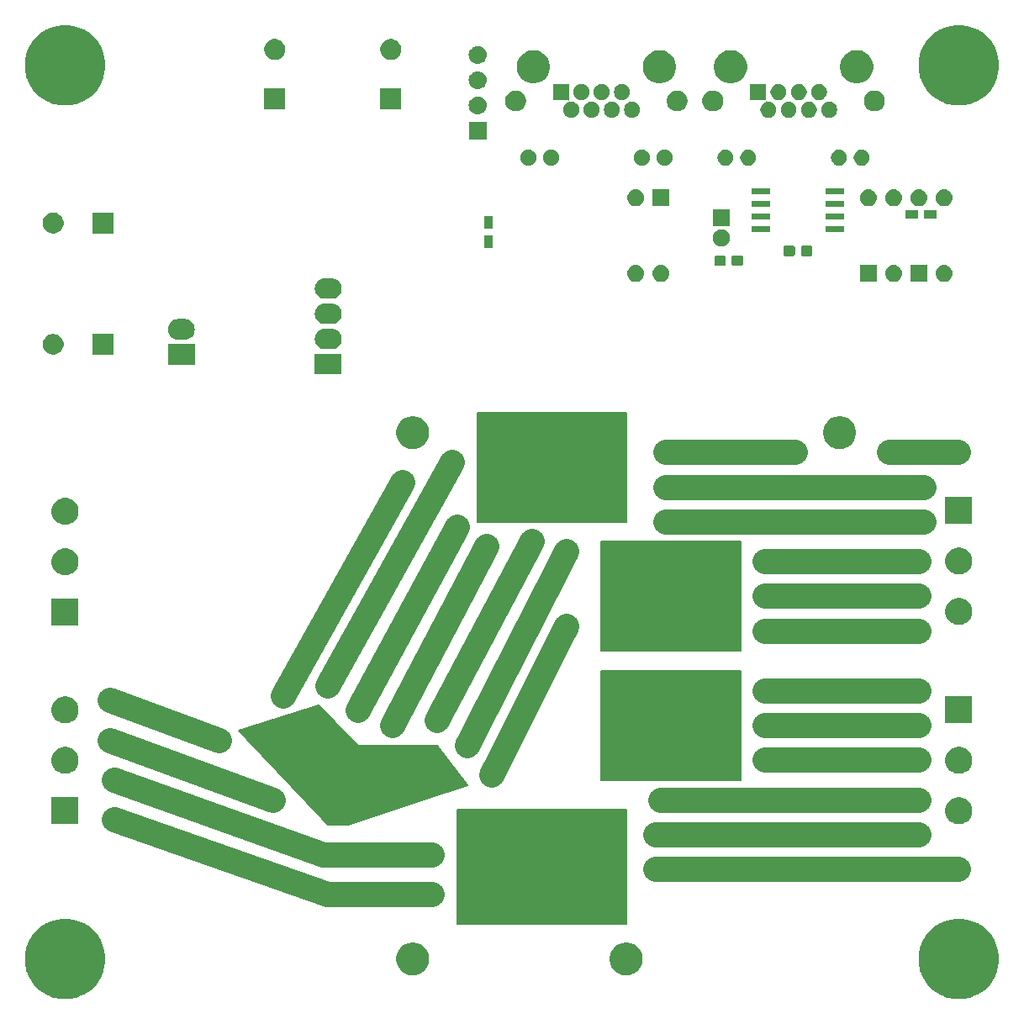
<source format=gbr>
G04 #@! TF.GenerationSoftware,KiCad,Pcbnew,(5.0.1)*
G04 #@! TF.CreationDate,2019-01-31T11:11:09+09:00*
G04 #@! TF.ProjectId,driver,6472697665722E6B696361645F706362,rev?*
G04 #@! TF.SameCoordinates,Original*
G04 #@! TF.FileFunction,Soldermask,Bot*
G04 #@! TF.FilePolarity,Negative*
%FSLAX46Y46*%
G04 Gerber Fmt 4.6, Leading zero omitted, Abs format (unit mm)*
G04 Created by KiCad (PCBNEW (5.0.1)) date Thu Jan 31 11:11:09 2019*
%MOMM*%
%LPD*%
G01*
G04 APERTURE LIST*
%ADD10C,2.500000*%
%ADD11C,0.150000*%
G04 #@! TA.AperFunction,NonConductor*
%ADD12C,0.100000*%
G04 #@! TD*
G04 APERTURE END LIST*
D10*
X112000000Y-143500000D02*
X101500000Y-143500000D01*
X112000000Y-139500000D02*
X101000000Y-139500000D01*
X101500000Y-143500000D02*
X80000000Y-136000000D01*
X101000000Y-139500000D02*
X80000000Y-132000000D01*
X96000000Y-134000000D02*
X79500000Y-128000000D01*
X90500000Y-128000000D02*
X79500000Y-124000000D01*
X158000000Y-99000000D02*
X165000000Y-99000000D01*
X125500000Y-116500000D02*
X118000000Y-131500000D01*
X109000000Y-102000000D02*
X97000000Y-123500000D01*
X101500000Y-122500000D02*
X114000000Y-100000000D01*
X114500000Y-106500000D02*
X104500000Y-125000000D01*
X117500000Y-108500000D02*
X108000000Y-126500000D01*
X122000000Y-108000000D02*
X112500000Y-126000000D01*
X125500000Y-109000000D02*
X115500000Y-128500000D01*
X135500000Y-99000000D02*
X148500000Y-99000000D01*
X135500000Y-102500000D02*
X161500000Y-102500000D01*
X135500000Y-106000000D02*
X161500000Y-106000000D01*
X145500000Y-110000000D02*
X161000000Y-110000000D01*
X145500000Y-113500000D02*
X161000000Y-113500000D01*
X145500000Y-117000000D02*
X161000000Y-117000000D01*
X134500000Y-141000000D02*
X165000000Y-141000000D01*
X134500000Y-137500000D02*
X161000000Y-137500000D01*
X135000000Y-134000000D02*
X161000000Y-134000000D01*
X145500000Y-130000000D02*
X161000000Y-130000000D01*
X145500000Y-126500000D02*
X161000000Y-126500000D01*
X145500000Y-123000000D02*
X161000000Y-123000000D01*
D11*
G36*
X92500000Y-127000000D02*
X101500000Y-136500000D01*
X103500000Y-136500000D01*
X115500000Y-132500000D01*
X112500000Y-128500000D01*
X104500000Y-128500000D01*
X100500000Y-124500000D01*
X92500000Y-127000000D01*
G37*
X92500000Y-127000000D02*
X101500000Y-136500000D01*
X103500000Y-136500000D01*
X115500000Y-132500000D01*
X112500000Y-128500000D01*
X104500000Y-128500000D01*
X100500000Y-124500000D01*
X92500000Y-127000000D01*
G36*
X114500000Y-135000000D02*
X114500000Y-146500000D01*
X131500000Y-146500000D01*
X131500000Y-135000000D01*
X130500000Y-135000000D01*
X114500000Y-135000000D01*
G37*
X114500000Y-135000000D02*
X114500000Y-146500000D01*
X131500000Y-146500000D01*
X131500000Y-135000000D01*
X130500000Y-135000000D01*
X114500000Y-135000000D01*
G36*
X143000000Y-121000000D02*
X143000000Y-132000000D01*
X129000000Y-132000000D01*
X129000000Y-121000000D01*
X143000000Y-121000000D01*
G37*
X143000000Y-121000000D02*
X143000000Y-132000000D01*
X129000000Y-132000000D01*
X129000000Y-121000000D01*
X143000000Y-121000000D01*
G36*
X131500000Y-106000000D02*
X131500000Y-95000000D01*
X116500000Y-95000000D01*
X116500000Y-106000000D01*
X131500000Y-106000000D01*
G37*
X131500000Y-106000000D02*
X131500000Y-95000000D01*
X116500000Y-95000000D01*
X116500000Y-106000000D01*
X131500000Y-106000000D01*
G36*
X129000000Y-108000000D02*
X143000000Y-108000000D01*
X143000000Y-119000000D01*
X129000000Y-119000000D01*
X129000000Y-108000000D01*
G37*
X129000000Y-108000000D02*
X143000000Y-108000000D01*
X143000000Y-119000000D01*
X129000000Y-119000000D01*
X129000000Y-108000000D01*
D12*
G36*
X166181632Y-146104677D02*
X166613495Y-146283561D01*
X166918868Y-146410050D01*
X167577889Y-146850394D01*
X167582365Y-146853385D01*
X168146615Y-147417635D01*
X168146617Y-147417638D01*
X168589950Y-148081132D01*
X168589950Y-148081133D01*
X168895323Y-148818368D01*
X169051000Y-149601010D01*
X169051000Y-150398990D01*
X168895323Y-151181632D01*
X168853578Y-151282413D01*
X168589950Y-151918868D01*
X168149606Y-152577889D01*
X168146615Y-152582365D01*
X167582365Y-153146615D01*
X167582362Y-153146617D01*
X166918868Y-153589950D01*
X166613495Y-153716439D01*
X166181632Y-153895323D01*
X165398990Y-154051000D01*
X164601010Y-154051000D01*
X163818368Y-153895323D01*
X163386505Y-153716439D01*
X163081132Y-153589950D01*
X162417638Y-153146617D01*
X162417635Y-153146615D01*
X161853385Y-152582365D01*
X161850394Y-152577889D01*
X161410050Y-151918868D01*
X161146422Y-151282413D01*
X161104677Y-151181632D01*
X160949000Y-150398990D01*
X160949000Y-149601010D01*
X161104677Y-148818368D01*
X161410050Y-148081133D01*
X161410050Y-148081132D01*
X161853383Y-147417638D01*
X161853385Y-147417635D01*
X162417635Y-146853385D01*
X162422111Y-146850394D01*
X163081132Y-146410050D01*
X163386505Y-146283561D01*
X163818368Y-146104677D01*
X164601010Y-145949000D01*
X165398990Y-145949000D01*
X166181632Y-146104677D01*
X166181632Y-146104677D01*
G37*
G36*
X76181632Y-146104677D02*
X76613495Y-146283561D01*
X76918868Y-146410050D01*
X77577889Y-146850394D01*
X77582365Y-146853385D01*
X78146615Y-147417635D01*
X78146617Y-147417638D01*
X78589950Y-148081132D01*
X78589950Y-148081133D01*
X78895323Y-148818368D01*
X79051000Y-149601010D01*
X79051000Y-150398990D01*
X78895323Y-151181632D01*
X78853578Y-151282413D01*
X78589950Y-151918868D01*
X78149606Y-152577889D01*
X78146615Y-152582365D01*
X77582365Y-153146615D01*
X77582362Y-153146617D01*
X76918868Y-153589950D01*
X76613495Y-153716439D01*
X76181632Y-153895323D01*
X75398990Y-154051000D01*
X74601010Y-154051000D01*
X73818368Y-153895323D01*
X73386505Y-153716439D01*
X73081132Y-153589950D01*
X72417638Y-153146617D01*
X72417635Y-153146615D01*
X71853385Y-152582365D01*
X71850394Y-152577889D01*
X71410050Y-151918868D01*
X71146422Y-151282413D01*
X71104677Y-151181632D01*
X70949000Y-150398990D01*
X70949000Y-149601010D01*
X71104677Y-148818368D01*
X71410050Y-148081133D01*
X71410050Y-148081132D01*
X71853383Y-147417638D01*
X71853385Y-147417635D01*
X72417635Y-146853385D01*
X72422111Y-146850394D01*
X73081132Y-146410050D01*
X73386505Y-146283561D01*
X73818368Y-146104677D01*
X74601010Y-145949000D01*
X75398990Y-145949000D01*
X76181632Y-146104677D01*
X76181632Y-146104677D01*
G37*
G36*
X131875256Y-148391298D02*
X131981579Y-148412447D01*
X132282042Y-148536903D01*
X132548852Y-148715180D01*
X132552454Y-148717587D01*
X132782413Y-148947546D01*
X132963098Y-149217960D01*
X133087553Y-149518422D01*
X133151000Y-149837389D01*
X133151000Y-150162611D01*
X133087553Y-150481578D01*
X132963098Y-150782040D01*
X132782413Y-151052454D01*
X132552454Y-151282413D01*
X132552451Y-151282415D01*
X132282042Y-151463097D01*
X131981579Y-151587553D01*
X131875256Y-151608702D01*
X131662611Y-151651000D01*
X131337389Y-151651000D01*
X131124744Y-151608702D01*
X131018421Y-151587553D01*
X130717958Y-151463097D01*
X130447549Y-151282415D01*
X130447546Y-151282413D01*
X130217587Y-151052454D01*
X130036902Y-150782040D01*
X129912447Y-150481578D01*
X129849000Y-150162611D01*
X129849000Y-149837389D01*
X129912447Y-149518422D01*
X130036902Y-149217960D01*
X130217587Y-148947546D01*
X130447546Y-148717587D01*
X130451148Y-148715180D01*
X130717958Y-148536903D01*
X131018421Y-148412447D01*
X131124744Y-148391298D01*
X131337389Y-148349000D01*
X131662611Y-148349000D01*
X131875256Y-148391298D01*
X131875256Y-148391298D01*
G37*
G36*
X110375256Y-148391298D02*
X110481579Y-148412447D01*
X110782042Y-148536903D01*
X111048852Y-148715180D01*
X111052454Y-148717587D01*
X111282413Y-148947546D01*
X111463098Y-149217960D01*
X111587553Y-149518422D01*
X111651000Y-149837389D01*
X111651000Y-150162611D01*
X111587553Y-150481578D01*
X111463098Y-150782040D01*
X111282413Y-151052454D01*
X111052454Y-151282413D01*
X111052451Y-151282415D01*
X110782042Y-151463097D01*
X110481579Y-151587553D01*
X110375256Y-151608702D01*
X110162611Y-151651000D01*
X109837389Y-151651000D01*
X109624744Y-151608702D01*
X109518421Y-151587553D01*
X109217958Y-151463097D01*
X108947549Y-151282415D01*
X108947546Y-151282413D01*
X108717587Y-151052454D01*
X108536902Y-150782040D01*
X108412447Y-150481578D01*
X108349000Y-150162611D01*
X108349000Y-149837389D01*
X108412447Y-149518422D01*
X108536902Y-149217960D01*
X108717587Y-148947546D01*
X108947546Y-148717587D01*
X108951148Y-148715180D01*
X109217958Y-148536903D01*
X109518421Y-148412447D01*
X109624744Y-148391298D01*
X109837389Y-148349000D01*
X110162611Y-148349000D01*
X110375256Y-148391298D01*
X110375256Y-148391298D01*
G37*
G36*
X165263567Y-133754959D02*
X165394072Y-133780918D01*
X165639939Y-133882759D01*
X165860464Y-134030110D01*
X165861215Y-134030612D01*
X166049388Y-134218785D01*
X166049390Y-134218788D01*
X166197241Y-134440061D01*
X166299082Y-134685928D01*
X166351000Y-134946938D01*
X166351000Y-135213062D01*
X166299082Y-135474072D01*
X166197241Y-135719939D01*
X166049890Y-135940464D01*
X166049388Y-135941215D01*
X165861215Y-136129388D01*
X165861212Y-136129390D01*
X165639939Y-136277241D01*
X165394072Y-136379082D01*
X165263567Y-136405041D01*
X165133063Y-136431000D01*
X164866937Y-136431000D01*
X164736433Y-136405041D01*
X164605928Y-136379082D01*
X164360061Y-136277241D01*
X164138788Y-136129390D01*
X164138785Y-136129388D01*
X163950612Y-135941215D01*
X163950110Y-135940464D01*
X163802759Y-135719939D01*
X163700918Y-135474072D01*
X163649000Y-135213062D01*
X163649000Y-134946938D01*
X163700918Y-134685928D01*
X163802759Y-134440061D01*
X163950610Y-134218788D01*
X163950612Y-134218785D01*
X164138785Y-134030612D01*
X164139536Y-134030110D01*
X164360061Y-133882759D01*
X164605928Y-133780918D01*
X164736433Y-133754959D01*
X164866937Y-133729000D01*
X165133063Y-133729000D01*
X165263567Y-133754959D01*
X165263567Y-133754959D01*
G37*
G36*
X76351000Y-136431000D02*
X73649000Y-136431000D01*
X73649000Y-133729000D01*
X76351000Y-133729000D01*
X76351000Y-136431000D01*
X76351000Y-136431000D01*
G37*
G36*
X75263567Y-128674959D02*
X75394072Y-128700918D01*
X75639939Y-128802759D01*
X75860464Y-128950110D01*
X75861215Y-128950612D01*
X76049388Y-129138785D01*
X76049390Y-129138788D01*
X76197241Y-129360061D01*
X76299082Y-129605928D01*
X76351000Y-129866938D01*
X76351000Y-130133062D01*
X76299082Y-130394072D01*
X76197241Y-130639939D01*
X76049890Y-130860464D01*
X76049388Y-130861215D01*
X75861215Y-131049388D01*
X75861212Y-131049390D01*
X75639939Y-131197241D01*
X75394072Y-131299082D01*
X75263567Y-131325041D01*
X75133063Y-131351000D01*
X74866937Y-131351000D01*
X74736433Y-131325041D01*
X74605928Y-131299082D01*
X74360061Y-131197241D01*
X74138788Y-131049390D01*
X74138785Y-131049388D01*
X73950612Y-130861215D01*
X73950110Y-130860464D01*
X73802759Y-130639939D01*
X73700918Y-130394072D01*
X73649000Y-130133062D01*
X73649000Y-129866938D01*
X73700918Y-129605928D01*
X73802759Y-129360061D01*
X73950610Y-129138788D01*
X73950612Y-129138785D01*
X74138785Y-128950612D01*
X74139536Y-128950110D01*
X74360061Y-128802759D01*
X74605928Y-128700918D01*
X74736433Y-128674959D01*
X74866937Y-128649000D01*
X75133063Y-128649000D01*
X75263567Y-128674959D01*
X75263567Y-128674959D01*
G37*
G36*
X165263567Y-128674959D02*
X165394072Y-128700918D01*
X165639939Y-128802759D01*
X165860464Y-128950110D01*
X165861215Y-128950612D01*
X166049388Y-129138785D01*
X166049390Y-129138788D01*
X166197241Y-129360061D01*
X166299082Y-129605928D01*
X166351000Y-129866938D01*
X166351000Y-130133062D01*
X166299082Y-130394072D01*
X166197241Y-130639939D01*
X166049890Y-130860464D01*
X166049388Y-130861215D01*
X165861215Y-131049388D01*
X165861212Y-131049390D01*
X165639939Y-131197241D01*
X165394072Y-131299082D01*
X165263567Y-131325041D01*
X165133063Y-131351000D01*
X164866937Y-131351000D01*
X164736433Y-131325041D01*
X164605928Y-131299082D01*
X164360061Y-131197241D01*
X164138788Y-131049390D01*
X164138785Y-131049388D01*
X163950612Y-130861215D01*
X163950110Y-130860464D01*
X163802759Y-130639939D01*
X163700918Y-130394072D01*
X163649000Y-130133062D01*
X163649000Y-129866938D01*
X163700918Y-129605928D01*
X163802759Y-129360061D01*
X163950610Y-129138788D01*
X163950612Y-129138785D01*
X164138785Y-128950612D01*
X164139536Y-128950110D01*
X164360061Y-128802759D01*
X164605928Y-128700918D01*
X164736433Y-128674959D01*
X164866937Y-128649000D01*
X165133063Y-128649000D01*
X165263567Y-128674959D01*
X165263567Y-128674959D01*
G37*
G36*
X166351000Y-126271000D02*
X163649000Y-126271000D01*
X163649000Y-123569000D01*
X166351000Y-123569000D01*
X166351000Y-126271000D01*
X166351000Y-126271000D01*
G37*
G36*
X75263567Y-123594959D02*
X75394072Y-123620918D01*
X75639939Y-123722759D01*
X75860464Y-123870110D01*
X75861215Y-123870612D01*
X76049388Y-124058785D01*
X76049390Y-124058788D01*
X76197241Y-124280061D01*
X76299082Y-124525928D01*
X76351000Y-124786938D01*
X76351000Y-125053062D01*
X76299082Y-125314072D01*
X76197241Y-125559939D01*
X76049890Y-125780464D01*
X76049388Y-125781215D01*
X75861215Y-125969388D01*
X75861212Y-125969390D01*
X75639939Y-126117241D01*
X75394072Y-126219082D01*
X75263567Y-126245041D01*
X75133063Y-126271000D01*
X74866937Y-126271000D01*
X74736433Y-126245041D01*
X74605928Y-126219082D01*
X74360061Y-126117241D01*
X74138788Y-125969390D01*
X74138785Y-125969388D01*
X73950612Y-125781215D01*
X73950110Y-125780464D01*
X73802759Y-125559939D01*
X73700918Y-125314072D01*
X73649000Y-125053062D01*
X73649000Y-124786938D01*
X73700918Y-124525928D01*
X73802759Y-124280061D01*
X73950610Y-124058788D01*
X73950612Y-124058785D01*
X74138785Y-123870612D01*
X74139536Y-123870110D01*
X74360061Y-123722759D01*
X74605928Y-123620918D01*
X74736433Y-123594959D01*
X74866937Y-123569000D01*
X75133063Y-123569000D01*
X75263567Y-123594959D01*
X75263567Y-123594959D01*
G37*
G36*
X76351000Y-116431000D02*
X73649000Y-116431000D01*
X73649000Y-113729000D01*
X76351000Y-113729000D01*
X76351000Y-116431000D01*
X76351000Y-116431000D01*
G37*
G36*
X165263567Y-113674959D02*
X165394072Y-113700918D01*
X165639939Y-113802759D01*
X165860464Y-113950110D01*
X165861215Y-113950612D01*
X166049388Y-114138785D01*
X166049390Y-114138788D01*
X166197241Y-114360061D01*
X166299082Y-114605928D01*
X166351000Y-114866938D01*
X166351000Y-115133062D01*
X166299082Y-115394072D01*
X166197241Y-115639939D01*
X166049890Y-115860464D01*
X166049388Y-115861215D01*
X165861215Y-116049388D01*
X165861212Y-116049390D01*
X165639939Y-116197241D01*
X165394072Y-116299082D01*
X165263567Y-116325041D01*
X165133063Y-116351000D01*
X164866937Y-116351000D01*
X164736433Y-116325041D01*
X164605928Y-116299082D01*
X164360061Y-116197241D01*
X164138788Y-116049390D01*
X164138785Y-116049388D01*
X163950612Y-115861215D01*
X163950110Y-115860464D01*
X163802759Y-115639939D01*
X163700918Y-115394072D01*
X163649000Y-115133062D01*
X163649000Y-114866938D01*
X163700918Y-114605928D01*
X163802759Y-114360061D01*
X163950610Y-114138788D01*
X163950612Y-114138785D01*
X164138785Y-113950612D01*
X164139536Y-113950110D01*
X164360061Y-113802759D01*
X164605928Y-113700918D01*
X164736433Y-113674959D01*
X164866937Y-113649000D01*
X165133063Y-113649000D01*
X165263567Y-113674959D01*
X165263567Y-113674959D01*
G37*
G36*
X75263567Y-108674959D02*
X75394072Y-108700918D01*
X75639939Y-108802759D01*
X75860464Y-108950110D01*
X75861215Y-108950612D01*
X76049388Y-109138785D01*
X76049390Y-109138788D01*
X76197241Y-109360061D01*
X76299082Y-109605928D01*
X76351000Y-109866938D01*
X76351000Y-110133062D01*
X76299082Y-110394072D01*
X76197241Y-110639939D01*
X76049890Y-110860464D01*
X76049388Y-110861215D01*
X75861215Y-111049388D01*
X75861212Y-111049390D01*
X75639939Y-111197241D01*
X75394072Y-111299082D01*
X75263567Y-111325041D01*
X75133063Y-111351000D01*
X74866937Y-111351000D01*
X74736433Y-111325041D01*
X74605928Y-111299082D01*
X74360061Y-111197241D01*
X74138788Y-111049390D01*
X74138785Y-111049388D01*
X73950612Y-110861215D01*
X73950110Y-110860464D01*
X73802759Y-110639939D01*
X73700918Y-110394072D01*
X73649000Y-110133062D01*
X73649000Y-109866938D01*
X73700918Y-109605928D01*
X73802759Y-109360061D01*
X73950610Y-109138788D01*
X73950612Y-109138785D01*
X74138785Y-108950612D01*
X74139536Y-108950110D01*
X74360061Y-108802759D01*
X74605928Y-108700918D01*
X74736433Y-108674959D01*
X74866937Y-108649000D01*
X75133063Y-108649000D01*
X75263567Y-108674959D01*
X75263567Y-108674959D01*
G37*
G36*
X165263567Y-108594959D02*
X165394072Y-108620918D01*
X165639939Y-108722759D01*
X165860464Y-108870110D01*
X165861215Y-108870612D01*
X166049388Y-109058785D01*
X166049390Y-109058788D01*
X166197241Y-109280061D01*
X166299082Y-109525928D01*
X166351000Y-109786938D01*
X166351000Y-110053062D01*
X166299082Y-110314072D01*
X166197241Y-110559939D01*
X166049890Y-110780464D01*
X166049388Y-110781215D01*
X165861215Y-110969388D01*
X165861212Y-110969390D01*
X165639939Y-111117241D01*
X165394072Y-111219082D01*
X165263567Y-111245041D01*
X165133063Y-111271000D01*
X164866937Y-111271000D01*
X164736433Y-111245041D01*
X164605928Y-111219082D01*
X164360061Y-111117241D01*
X164138788Y-110969390D01*
X164138785Y-110969388D01*
X163950612Y-110781215D01*
X163950110Y-110780464D01*
X163802759Y-110559939D01*
X163700918Y-110314072D01*
X163649000Y-110053062D01*
X163649000Y-109786938D01*
X163700918Y-109525928D01*
X163802759Y-109280061D01*
X163950610Y-109058788D01*
X163950612Y-109058785D01*
X164138785Y-108870612D01*
X164139536Y-108870110D01*
X164360061Y-108722759D01*
X164605928Y-108620918D01*
X164736433Y-108594959D01*
X164866937Y-108569000D01*
X165133063Y-108569000D01*
X165263567Y-108594959D01*
X165263567Y-108594959D01*
G37*
G36*
X75263567Y-103594959D02*
X75394072Y-103620918D01*
X75639939Y-103722759D01*
X75860464Y-103870110D01*
X75861215Y-103870612D01*
X76049388Y-104058785D01*
X76049390Y-104058788D01*
X76197241Y-104280061D01*
X76299082Y-104525928D01*
X76351000Y-104786938D01*
X76351000Y-105053062D01*
X76299082Y-105314072D01*
X76197241Y-105559939D01*
X76049890Y-105780464D01*
X76049388Y-105781215D01*
X75861215Y-105969388D01*
X75861212Y-105969390D01*
X75639939Y-106117241D01*
X75394072Y-106219082D01*
X75263567Y-106245041D01*
X75133063Y-106271000D01*
X74866937Y-106271000D01*
X74736433Y-106245041D01*
X74605928Y-106219082D01*
X74360061Y-106117241D01*
X74138788Y-105969390D01*
X74138785Y-105969388D01*
X73950612Y-105781215D01*
X73950110Y-105780464D01*
X73802759Y-105559939D01*
X73700918Y-105314072D01*
X73649000Y-105053062D01*
X73649000Y-104786938D01*
X73700918Y-104525928D01*
X73802759Y-104280061D01*
X73950610Y-104058788D01*
X73950612Y-104058785D01*
X74138785Y-103870612D01*
X74139536Y-103870110D01*
X74360061Y-103722759D01*
X74605928Y-103620918D01*
X74736433Y-103594959D01*
X74866937Y-103569000D01*
X75133063Y-103569000D01*
X75263567Y-103594959D01*
X75263567Y-103594959D01*
G37*
G36*
X166351000Y-106191000D02*
X163649000Y-106191000D01*
X163649000Y-103489000D01*
X166351000Y-103489000D01*
X166351000Y-106191000D01*
X166351000Y-106191000D01*
G37*
G36*
X110375256Y-95391298D02*
X110481579Y-95412447D01*
X110782042Y-95536903D01*
X111048852Y-95715180D01*
X111052454Y-95717587D01*
X111282413Y-95947546D01*
X111463098Y-96217960D01*
X111587553Y-96518422D01*
X111651000Y-96837389D01*
X111651000Y-97162611D01*
X111587553Y-97481578D01*
X111463098Y-97782040D01*
X111282413Y-98052454D01*
X111052454Y-98282413D01*
X111052451Y-98282415D01*
X110782042Y-98463097D01*
X110481579Y-98587553D01*
X110375256Y-98608702D01*
X110162611Y-98651000D01*
X109837389Y-98651000D01*
X109624744Y-98608702D01*
X109518421Y-98587553D01*
X109217958Y-98463097D01*
X108947549Y-98282415D01*
X108947546Y-98282413D01*
X108717587Y-98052454D01*
X108536902Y-97782040D01*
X108412447Y-97481578D01*
X108349000Y-97162611D01*
X108349000Y-96837389D01*
X108412447Y-96518422D01*
X108536902Y-96217960D01*
X108717587Y-95947546D01*
X108947546Y-95717587D01*
X108951148Y-95715180D01*
X109217958Y-95536903D01*
X109518421Y-95412447D01*
X109624744Y-95391298D01*
X109837389Y-95349000D01*
X110162611Y-95349000D01*
X110375256Y-95391298D01*
X110375256Y-95391298D01*
G37*
G36*
X153375256Y-95391298D02*
X153481579Y-95412447D01*
X153782042Y-95536903D01*
X154048852Y-95715180D01*
X154052454Y-95717587D01*
X154282413Y-95947546D01*
X154463098Y-96217960D01*
X154587553Y-96518422D01*
X154651000Y-96837389D01*
X154651000Y-97162611D01*
X154587553Y-97481578D01*
X154463098Y-97782040D01*
X154282413Y-98052454D01*
X154052454Y-98282413D01*
X154052451Y-98282415D01*
X153782042Y-98463097D01*
X153481579Y-98587553D01*
X153375256Y-98608702D01*
X153162611Y-98651000D01*
X152837389Y-98651000D01*
X152624744Y-98608702D01*
X152518421Y-98587553D01*
X152217958Y-98463097D01*
X151947549Y-98282415D01*
X151947546Y-98282413D01*
X151717587Y-98052454D01*
X151536902Y-97782040D01*
X151412447Y-97481578D01*
X151349000Y-97162611D01*
X151349000Y-96837389D01*
X151412447Y-96518422D01*
X151536902Y-96217960D01*
X151717587Y-95947546D01*
X151947546Y-95717587D01*
X151951148Y-95715180D01*
X152217958Y-95536903D01*
X152518421Y-95412447D01*
X152624744Y-95391298D01*
X152837389Y-95349000D01*
X153162611Y-95349000D01*
X153375256Y-95391298D01*
X153375256Y-95391298D01*
G37*
G36*
X102851000Y-91151000D02*
X100149000Y-91151000D01*
X100149000Y-89049000D01*
X102851000Y-89049000D01*
X102851000Y-91151000D01*
X102851000Y-91151000D01*
G37*
G36*
X88051000Y-90191000D02*
X85349000Y-90191000D01*
X85349000Y-88089000D01*
X88051000Y-88089000D01*
X88051000Y-90191000D01*
X88051000Y-90191000D01*
G37*
G36*
X79851000Y-89151000D02*
X77749000Y-89151000D01*
X77749000Y-87049000D01*
X79851000Y-87049000D01*
X79851000Y-89151000D01*
X79851000Y-89151000D01*
G37*
G36*
X74106565Y-87089389D02*
X74297834Y-87168615D01*
X74469976Y-87283637D01*
X74616363Y-87430024D01*
X74731385Y-87602166D01*
X74810611Y-87793435D01*
X74851000Y-87996484D01*
X74851000Y-88203516D01*
X74810611Y-88406565D01*
X74731385Y-88597834D01*
X74616363Y-88769976D01*
X74469976Y-88916363D01*
X74297834Y-89031385D01*
X74106565Y-89110611D01*
X73903516Y-89151000D01*
X73696484Y-89151000D01*
X73493435Y-89110611D01*
X73302166Y-89031385D01*
X73130024Y-88916363D01*
X72983637Y-88769976D01*
X72868615Y-88597834D01*
X72789389Y-88406565D01*
X72749000Y-88203516D01*
X72749000Y-87996484D01*
X72789389Y-87793435D01*
X72868615Y-87602166D01*
X72983637Y-87430024D01*
X73130024Y-87283637D01*
X73302166Y-87168615D01*
X73493435Y-87089389D01*
X73696484Y-87049000D01*
X73903516Y-87049000D01*
X74106565Y-87089389D01*
X74106565Y-87089389D01*
G37*
G36*
X101882510Y-86512041D02*
X102006032Y-86524207D01*
X102204146Y-86584305D01*
X102386729Y-86681897D01*
X102546765Y-86813235D01*
X102678103Y-86973271D01*
X102775695Y-87155854D01*
X102835793Y-87353968D01*
X102856085Y-87560000D01*
X102835793Y-87766032D01*
X102775695Y-87964146D01*
X102678103Y-88146729D01*
X102546765Y-88306765D01*
X102386729Y-88438103D01*
X102204146Y-88535695D01*
X102006032Y-88595793D01*
X101882510Y-88607959D01*
X101851631Y-88611000D01*
X101148369Y-88611000D01*
X101117490Y-88607959D01*
X100993968Y-88595793D01*
X100795854Y-88535695D01*
X100613271Y-88438103D01*
X100453235Y-88306765D01*
X100321897Y-88146729D01*
X100224305Y-87964146D01*
X100164207Y-87766032D01*
X100143915Y-87560000D01*
X100164207Y-87353968D01*
X100224305Y-87155854D01*
X100321897Y-86973271D01*
X100453235Y-86813235D01*
X100613271Y-86681897D01*
X100795854Y-86584305D01*
X100993968Y-86524207D01*
X101117490Y-86512041D01*
X101148369Y-86509000D01*
X101851631Y-86509000D01*
X101882510Y-86512041D01*
X101882510Y-86512041D01*
G37*
G36*
X87082510Y-85552041D02*
X87206032Y-85564207D01*
X87404146Y-85624305D01*
X87586729Y-85721897D01*
X87746765Y-85853235D01*
X87878103Y-86013271D01*
X87975695Y-86195854D01*
X88035793Y-86393968D01*
X88056085Y-86600000D01*
X88035793Y-86806032D01*
X87975695Y-87004146D01*
X87878103Y-87186729D01*
X87746765Y-87346765D01*
X87586729Y-87478103D01*
X87404146Y-87575695D01*
X87206032Y-87635793D01*
X87082510Y-87647959D01*
X87051631Y-87651000D01*
X86348369Y-87651000D01*
X86317490Y-87647959D01*
X86193968Y-87635793D01*
X85995854Y-87575695D01*
X85813271Y-87478103D01*
X85653235Y-87346765D01*
X85521897Y-87186729D01*
X85424305Y-87004146D01*
X85364207Y-86806032D01*
X85343915Y-86600000D01*
X85364207Y-86393968D01*
X85424305Y-86195854D01*
X85521897Y-86013271D01*
X85653235Y-85853235D01*
X85813271Y-85721897D01*
X85995854Y-85624305D01*
X86193968Y-85564207D01*
X86317490Y-85552041D01*
X86348369Y-85549000D01*
X87051631Y-85549000D01*
X87082510Y-85552041D01*
X87082510Y-85552041D01*
G37*
G36*
X101882510Y-83972041D02*
X102006032Y-83984207D01*
X102204146Y-84044305D01*
X102386729Y-84141897D01*
X102546765Y-84273235D01*
X102678103Y-84433271D01*
X102775695Y-84615854D01*
X102835793Y-84813968D01*
X102856085Y-85020000D01*
X102835793Y-85226032D01*
X102775695Y-85424146D01*
X102678103Y-85606729D01*
X102546765Y-85766765D01*
X102386729Y-85898103D01*
X102204146Y-85995695D01*
X102006032Y-86055793D01*
X101882510Y-86067959D01*
X101851631Y-86071000D01*
X101148369Y-86071000D01*
X101117490Y-86067959D01*
X100993968Y-86055793D01*
X100795854Y-85995695D01*
X100613271Y-85898103D01*
X100453235Y-85766765D01*
X100321897Y-85606729D01*
X100224305Y-85424146D01*
X100164207Y-85226032D01*
X100143915Y-85020000D01*
X100164207Y-84813968D01*
X100224305Y-84615854D01*
X100321897Y-84433271D01*
X100453235Y-84273235D01*
X100613271Y-84141897D01*
X100795854Y-84044305D01*
X100993968Y-83984207D01*
X101117490Y-83972041D01*
X101148369Y-83969000D01*
X101851631Y-83969000D01*
X101882510Y-83972041D01*
X101882510Y-83972041D01*
G37*
G36*
X101882510Y-81432041D02*
X102006032Y-81444207D01*
X102204146Y-81504305D01*
X102386729Y-81601897D01*
X102546765Y-81733235D01*
X102678103Y-81893271D01*
X102775695Y-82075854D01*
X102835793Y-82273968D01*
X102856085Y-82480000D01*
X102835793Y-82686032D01*
X102775695Y-82884146D01*
X102678103Y-83066729D01*
X102546765Y-83226765D01*
X102386729Y-83358103D01*
X102204146Y-83455695D01*
X102006032Y-83515793D01*
X101882510Y-83527959D01*
X101851631Y-83531000D01*
X101148369Y-83531000D01*
X101117490Y-83527959D01*
X100993968Y-83515793D01*
X100795854Y-83455695D01*
X100613271Y-83358103D01*
X100453235Y-83226765D01*
X100321897Y-83066729D01*
X100224305Y-82884146D01*
X100164207Y-82686032D01*
X100143915Y-82480000D01*
X100164207Y-82273968D01*
X100224305Y-82075854D01*
X100321897Y-81893271D01*
X100453235Y-81733235D01*
X100613271Y-81601897D01*
X100795854Y-81504305D01*
X100993968Y-81444207D01*
X101117490Y-81432041D01*
X101148369Y-81429000D01*
X101851631Y-81429000D01*
X101882510Y-81432041D01*
X101882510Y-81432041D01*
G37*
G36*
X156741000Y-81821000D02*
X155039000Y-81821000D01*
X155039000Y-80119000D01*
X156741000Y-80119000D01*
X156741000Y-81821000D01*
X156741000Y-81821000D01*
G37*
G36*
X158596821Y-80131313D02*
X158596824Y-80131314D01*
X158596825Y-80131314D01*
X158757239Y-80179975D01*
X158757241Y-80179976D01*
X158757244Y-80179977D01*
X158905078Y-80258995D01*
X159034659Y-80365341D01*
X159141005Y-80494922D01*
X159220023Y-80642756D01*
X159268687Y-80803179D01*
X159285117Y-80970000D01*
X159268687Y-81136821D01*
X159220023Y-81297244D01*
X159141005Y-81445078D01*
X159034659Y-81574659D01*
X158905078Y-81681005D01*
X158757244Y-81760023D01*
X158757241Y-81760024D01*
X158757239Y-81760025D01*
X158596825Y-81808686D01*
X158596824Y-81808686D01*
X158596821Y-81808687D01*
X158471804Y-81821000D01*
X158388196Y-81821000D01*
X158263179Y-81808687D01*
X158263176Y-81808686D01*
X158263175Y-81808686D01*
X158102761Y-81760025D01*
X158102759Y-81760024D01*
X158102756Y-81760023D01*
X157954922Y-81681005D01*
X157825341Y-81574659D01*
X157718995Y-81445078D01*
X157639977Y-81297244D01*
X157591313Y-81136821D01*
X157574883Y-80970000D01*
X157591313Y-80803179D01*
X157639977Y-80642756D01*
X157718995Y-80494922D01*
X157825341Y-80365341D01*
X157954922Y-80258995D01*
X158102756Y-80179977D01*
X158102759Y-80179976D01*
X158102761Y-80179975D01*
X158263175Y-80131314D01*
X158263176Y-80131314D01*
X158263179Y-80131313D01*
X158388196Y-80119000D01*
X158471804Y-80119000D01*
X158596821Y-80131313D01*
X158596821Y-80131313D01*
G37*
G36*
X132626821Y-80131313D02*
X132626824Y-80131314D01*
X132626825Y-80131314D01*
X132787239Y-80179975D01*
X132787241Y-80179976D01*
X132787244Y-80179977D01*
X132935078Y-80258995D01*
X133064659Y-80365341D01*
X133171005Y-80494922D01*
X133250023Y-80642756D01*
X133298687Y-80803179D01*
X133315117Y-80970000D01*
X133298687Y-81136821D01*
X133250023Y-81297244D01*
X133171005Y-81445078D01*
X133064659Y-81574659D01*
X132935078Y-81681005D01*
X132787244Y-81760023D01*
X132787241Y-81760024D01*
X132787239Y-81760025D01*
X132626825Y-81808686D01*
X132626824Y-81808686D01*
X132626821Y-81808687D01*
X132501804Y-81821000D01*
X132418196Y-81821000D01*
X132293179Y-81808687D01*
X132293176Y-81808686D01*
X132293175Y-81808686D01*
X132132761Y-81760025D01*
X132132759Y-81760024D01*
X132132756Y-81760023D01*
X131984922Y-81681005D01*
X131855341Y-81574659D01*
X131748995Y-81445078D01*
X131669977Y-81297244D01*
X131621313Y-81136821D01*
X131604883Y-80970000D01*
X131621313Y-80803179D01*
X131669977Y-80642756D01*
X131748995Y-80494922D01*
X131855341Y-80365341D01*
X131984922Y-80258995D01*
X132132756Y-80179977D01*
X132132759Y-80179976D01*
X132132761Y-80179975D01*
X132293175Y-80131314D01*
X132293176Y-80131314D01*
X132293179Y-80131313D01*
X132418196Y-80119000D01*
X132501804Y-80119000D01*
X132626821Y-80131313D01*
X132626821Y-80131313D01*
G37*
G36*
X161821000Y-81821000D02*
X160119000Y-81821000D01*
X160119000Y-80119000D01*
X161821000Y-80119000D01*
X161821000Y-81821000D01*
X161821000Y-81821000D01*
G37*
G36*
X135166821Y-80131313D02*
X135166824Y-80131314D01*
X135166825Y-80131314D01*
X135327239Y-80179975D01*
X135327241Y-80179976D01*
X135327244Y-80179977D01*
X135475078Y-80258995D01*
X135604659Y-80365341D01*
X135711005Y-80494922D01*
X135790023Y-80642756D01*
X135838687Y-80803179D01*
X135855117Y-80970000D01*
X135838687Y-81136821D01*
X135790023Y-81297244D01*
X135711005Y-81445078D01*
X135604659Y-81574659D01*
X135475078Y-81681005D01*
X135327244Y-81760023D01*
X135327241Y-81760024D01*
X135327239Y-81760025D01*
X135166825Y-81808686D01*
X135166824Y-81808686D01*
X135166821Y-81808687D01*
X135041804Y-81821000D01*
X134958196Y-81821000D01*
X134833179Y-81808687D01*
X134833176Y-81808686D01*
X134833175Y-81808686D01*
X134672761Y-81760025D01*
X134672759Y-81760024D01*
X134672756Y-81760023D01*
X134524922Y-81681005D01*
X134395341Y-81574659D01*
X134288995Y-81445078D01*
X134209977Y-81297244D01*
X134161313Y-81136821D01*
X134144883Y-80970000D01*
X134161313Y-80803179D01*
X134209977Y-80642756D01*
X134288995Y-80494922D01*
X134395341Y-80365341D01*
X134524922Y-80258995D01*
X134672756Y-80179977D01*
X134672759Y-80179976D01*
X134672761Y-80179975D01*
X134833175Y-80131314D01*
X134833176Y-80131314D01*
X134833179Y-80131313D01*
X134958196Y-80119000D01*
X135041804Y-80119000D01*
X135166821Y-80131313D01*
X135166821Y-80131313D01*
G37*
G36*
X163676821Y-80131313D02*
X163676824Y-80131314D01*
X163676825Y-80131314D01*
X163837239Y-80179975D01*
X163837241Y-80179976D01*
X163837244Y-80179977D01*
X163985078Y-80258995D01*
X164114659Y-80365341D01*
X164221005Y-80494922D01*
X164300023Y-80642756D01*
X164348687Y-80803179D01*
X164365117Y-80970000D01*
X164348687Y-81136821D01*
X164300023Y-81297244D01*
X164221005Y-81445078D01*
X164114659Y-81574659D01*
X163985078Y-81681005D01*
X163837244Y-81760023D01*
X163837241Y-81760024D01*
X163837239Y-81760025D01*
X163676825Y-81808686D01*
X163676824Y-81808686D01*
X163676821Y-81808687D01*
X163551804Y-81821000D01*
X163468196Y-81821000D01*
X163343179Y-81808687D01*
X163343176Y-81808686D01*
X163343175Y-81808686D01*
X163182761Y-81760025D01*
X163182759Y-81760024D01*
X163182756Y-81760023D01*
X163034922Y-81681005D01*
X162905341Y-81574659D01*
X162798995Y-81445078D01*
X162719977Y-81297244D01*
X162671313Y-81136821D01*
X162654883Y-80970000D01*
X162671313Y-80803179D01*
X162719977Y-80642756D01*
X162798995Y-80494922D01*
X162905341Y-80365341D01*
X163034922Y-80258995D01*
X163182756Y-80179977D01*
X163182759Y-80179976D01*
X163182761Y-80179975D01*
X163343175Y-80131314D01*
X163343176Y-80131314D01*
X163343179Y-80131313D01*
X163468196Y-80119000D01*
X163551804Y-80119000D01*
X163676821Y-80131313D01*
X163676821Y-80131313D01*
G37*
G36*
X141363880Y-79163694D02*
X141401374Y-79175068D01*
X141435938Y-79193543D01*
X141466228Y-79218402D01*
X141491087Y-79248692D01*
X141509562Y-79283256D01*
X141520936Y-79320750D01*
X141525381Y-79365887D01*
X141525381Y-80004611D01*
X141520936Y-80049748D01*
X141509562Y-80087242D01*
X141491087Y-80121806D01*
X141466228Y-80152096D01*
X141435938Y-80176955D01*
X141401374Y-80195430D01*
X141363880Y-80206804D01*
X141318743Y-80211249D01*
X140580019Y-80211249D01*
X140534882Y-80206804D01*
X140497388Y-80195430D01*
X140462824Y-80176955D01*
X140432534Y-80152096D01*
X140407675Y-80121806D01*
X140389200Y-80087242D01*
X140377826Y-80049748D01*
X140373381Y-80004611D01*
X140373381Y-79365887D01*
X140377826Y-79320750D01*
X140389200Y-79283256D01*
X140407675Y-79248692D01*
X140432534Y-79218402D01*
X140462824Y-79193543D01*
X140497388Y-79175068D01*
X140534882Y-79163694D01*
X140580019Y-79159249D01*
X141318743Y-79159249D01*
X141363880Y-79163694D01*
X141363880Y-79163694D01*
G37*
G36*
X143113880Y-79163694D02*
X143151374Y-79175068D01*
X143185938Y-79193543D01*
X143216228Y-79218402D01*
X143241087Y-79248692D01*
X143259562Y-79283256D01*
X143270936Y-79320750D01*
X143275381Y-79365887D01*
X143275381Y-80004611D01*
X143270936Y-80049748D01*
X143259562Y-80087242D01*
X143241087Y-80121806D01*
X143216228Y-80152096D01*
X143185938Y-80176955D01*
X143151374Y-80195430D01*
X143113880Y-80206804D01*
X143068743Y-80211249D01*
X142330019Y-80211249D01*
X142284882Y-80206804D01*
X142247388Y-80195430D01*
X142212824Y-80176955D01*
X142182534Y-80152096D01*
X142157675Y-80121806D01*
X142139200Y-80087242D01*
X142127826Y-80049748D01*
X142123381Y-80004611D01*
X142123381Y-79365887D01*
X142127826Y-79320750D01*
X142139200Y-79283256D01*
X142157675Y-79248692D01*
X142182534Y-79218402D01*
X142212824Y-79193543D01*
X142247388Y-79175068D01*
X142284882Y-79163694D01*
X142330019Y-79159249D01*
X143068743Y-79159249D01*
X143113880Y-79163694D01*
X143113880Y-79163694D01*
G37*
G36*
X148339499Y-78178445D02*
X148376993Y-78189819D01*
X148411557Y-78208294D01*
X148441847Y-78233153D01*
X148466706Y-78263443D01*
X148485181Y-78298007D01*
X148496555Y-78335501D01*
X148501000Y-78380638D01*
X148501000Y-79019362D01*
X148496555Y-79064499D01*
X148485181Y-79101993D01*
X148466706Y-79136557D01*
X148441847Y-79166847D01*
X148411557Y-79191706D01*
X148376993Y-79210181D01*
X148339499Y-79221555D01*
X148294362Y-79226000D01*
X147555638Y-79226000D01*
X147510501Y-79221555D01*
X147473007Y-79210181D01*
X147438443Y-79191706D01*
X147408153Y-79166847D01*
X147383294Y-79136557D01*
X147364819Y-79101993D01*
X147353445Y-79064499D01*
X147349000Y-79019362D01*
X147349000Y-78380638D01*
X147353445Y-78335501D01*
X147364819Y-78298007D01*
X147383294Y-78263443D01*
X147408153Y-78233153D01*
X147438443Y-78208294D01*
X147473007Y-78189819D01*
X147510501Y-78178445D01*
X147555638Y-78174000D01*
X148294362Y-78174000D01*
X148339499Y-78178445D01*
X148339499Y-78178445D01*
G37*
G36*
X150089499Y-78178445D02*
X150126993Y-78189819D01*
X150161557Y-78208294D01*
X150191847Y-78233153D01*
X150216706Y-78263443D01*
X150235181Y-78298007D01*
X150246555Y-78335501D01*
X150251000Y-78380638D01*
X150251000Y-79019362D01*
X150246555Y-79064499D01*
X150235181Y-79101993D01*
X150216706Y-79136557D01*
X150191847Y-79166847D01*
X150161557Y-79191706D01*
X150126993Y-79210181D01*
X150089499Y-79221555D01*
X150044362Y-79226000D01*
X149305638Y-79226000D01*
X149260501Y-79221555D01*
X149223007Y-79210181D01*
X149188443Y-79191706D01*
X149158153Y-79166847D01*
X149133294Y-79136557D01*
X149114819Y-79101993D01*
X149103445Y-79064499D01*
X149099000Y-79019362D01*
X149099000Y-78380638D01*
X149103445Y-78335501D01*
X149114819Y-78298007D01*
X149133294Y-78263443D01*
X149158153Y-78233153D01*
X149188443Y-78208294D01*
X149223007Y-78189819D01*
X149260501Y-78178445D01*
X149305638Y-78174000D01*
X150044362Y-78174000D01*
X150089499Y-78178445D01*
X150089499Y-78178445D01*
G37*
G36*
X118026000Y-78401000D02*
X117174000Y-78401000D01*
X117174000Y-77099000D01*
X118026000Y-77099000D01*
X118026000Y-78401000D01*
X118026000Y-78401000D01*
G37*
G36*
X141347609Y-76566952D02*
X141502481Y-76631102D01*
X141641862Y-76724234D01*
X141760396Y-76842768D01*
X141853528Y-76982149D01*
X141917678Y-77137021D01*
X141950381Y-77301433D01*
X141950381Y-77469065D01*
X141917678Y-77633477D01*
X141853528Y-77788349D01*
X141760396Y-77927730D01*
X141641862Y-78046264D01*
X141502481Y-78139396D01*
X141347609Y-78203546D01*
X141183197Y-78236249D01*
X141015565Y-78236249D01*
X140851153Y-78203546D01*
X140696281Y-78139396D01*
X140556900Y-78046264D01*
X140438366Y-77927730D01*
X140345234Y-77788349D01*
X140281084Y-77633477D01*
X140248381Y-77469065D01*
X140248381Y-77301433D01*
X140281084Y-77137021D01*
X140345234Y-76982149D01*
X140438366Y-76842768D01*
X140556900Y-76724234D01*
X140696281Y-76631102D01*
X140851153Y-76566952D01*
X141015565Y-76534249D01*
X141183197Y-76534249D01*
X141347609Y-76566952D01*
X141347609Y-76566952D01*
G37*
G36*
X79851000Y-76951000D02*
X77749000Y-76951000D01*
X77749000Y-74849000D01*
X79851000Y-74849000D01*
X79851000Y-76951000D01*
X79851000Y-76951000D01*
G37*
G36*
X74106565Y-74889389D02*
X74297834Y-74968615D01*
X74469976Y-75083637D01*
X74616363Y-75230024D01*
X74731385Y-75402166D01*
X74810611Y-75593435D01*
X74851000Y-75796484D01*
X74851000Y-76003516D01*
X74810611Y-76206565D01*
X74731385Y-76397834D01*
X74616363Y-76569976D01*
X74469976Y-76716363D01*
X74297834Y-76831385D01*
X74106565Y-76910611D01*
X73903516Y-76951000D01*
X73696484Y-76951000D01*
X73493435Y-76910611D01*
X73302166Y-76831385D01*
X73130024Y-76716363D01*
X72983637Y-76569976D01*
X72868615Y-76397834D01*
X72789389Y-76206565D01*
X72749000Y-76003516D01*
X72749000Y-75796484D01*
X72789389Y-75593435D01*
X72868615Y-75402166D01*
X72983637Y-75230024D01*
X73130024Y-75083637D01*
X73302166Y-74968615D01*
X73493435Y-74889389D01*
X73696484Y-74849000D01*
X73903516Y-74849000D01*
X74106565Y-74889389D01*
X74106565Y-74889389D01*
G37*
G36*
X153426000Y-76831000D02*
X151574000Y-76831000D01*
X151574000Y-76179000D01*
X153426000Y-76179000D01*
X153426000Y-76831000D01*
X153426000Y-76831000D01*
G37*
G36*
X146026000Y-76831000D02*
X144174000Y-76831000D01*
X144174000Y-76179000D01*
X146026000Y-76179000D01*
X146026000Y-76831000D01*
X146026000Y-76831000D01*
G37*
G36*
X118026000Y-76501000D02*
X117174000Y-76501000D01*
X117174000Y-75199000D01*
X118026000Y-75199000D01*
X118026000Y-76501000D01*
X118026000Y-76501000D01*
G37*
G36*
X141950381Y-76236249D02*
X140248381Y-76236249D01*
X140248381Y-74534249D01*
X141950381Y-74534249D01*
X141950381Y-76236249D01*
X141950381Y-76236249D01*
G37*
G36*
X153426000Y-75561000D02*
X151574000Y-75561000D01*
X151574000Y-74909000D01*
X153426000Y-74909000D01*
X153426000Y-75561000D01*
X153426000Y-75561000D01*
G37*
G36*
X146026000Y-75561000D02*
X144174000Y-75561000D01*
X144174000Y-74909000D01*
X146026000Y-74909000D01*
X146026000Y-75561000D01*
X146026000Y-75561000D01*
G37*
G36*
X160901000Y-75426000D02*
X159599000Y-75426000D01*
X159599000Y-74574000D01*
X160901000Y-74574000D01*
X160901000Y-75426000D01*
X160901000Y-75426000D01*
G37*
G36*
X162801000Y-75426000D02*
X161499000Y-75426000D01*
X161499000Y-74574000D01*
X162801000Y-74574000D01*
X162801000Y-75426000D01*
X162801000Y-75426000D01*
G37*
G36*
X146026000Y-74291000D02*
X144174000Y-74291000D01*
X144174000Y-73639000D01*
X146026000Y-73639000D01*
X146026000Y-74291000D01*
X146026000Y-74291000D01*
G37*
G36*
X153426000Y-74291000D02*
X151574000Y-74291000D01*
X151574000Y-73639000D01*
X153426000Y-73639000D01*
X153426000Y-74291000D01*
X153426000Y-74291000D01*
G37*
G36*
X132626821Y-72511313D02*
X132626824Y-72511314D01*
X132626825Y-72511314D01*
X132787239Y-72559975D01*
X132787241Y-72559976D01*
X132787244Y-72559977D01*
X132935078Y-72638995D01*
X133064659Y-72745341D01*
X133171005Y-72874922D01*
X133250023Y-73022756D01*
X133298687Y-73183179D01*
X133315117Y-73350000D01*
X133298687Y-73516821D01*
X133298686Y-73516824D01*
X133298686Y-73516825D01*
X133261625Y-73639000D01*
X133250023Y-73677244D01*
X133171005Y-73825078D01*
X133064659Y-73954659D01*
X132935078Y-74061005D01*
X132787244Y-74140023D01*
X132787241Y-74140024D01*
X132787239Y-74140025D01*
X132626825Y-74188686D01*
X132626824Y-74188686D01*
X132626821Y-74188687D01*
X132501804Y-74201000D01*
X132418196Y-74201000D01*
X132293179Y-74188687D01*
X132293176Y-74188686D01*
X132293175Y-74188686D01*
X132132761Y-74140025D01*
X132132759Y-74140024D01*
X132132756Y-74140023D01*
X131984922Y-74061005D01*
X131855341Y-73954659D01*
X131748995Y-73825078D01*
X131669977Y-73677244D01*
X131658376Y-73639000D01*
X131621314Y-73516825D01*
X131621314Y-73516824D01*
X131621313Y-73516821D01*
X131604883Y-73350000D01*
X131621313Y-73183179D01*
X131669977Y-73022756D01*
X131748995Y-72874922D01*
X131855341Y-72745341D01*
X131984922Y-72638995D01*
X132132756Y-72559977D01*
X132132759Y-72559976D01*
X132132761Y-72559975D01*
X132293175Y-72511314D01*
X132293176Y-72511314D01*
X132293179Y-72511313D01*
X132418196Y-72499000D01*
X132501804Y-72499000D01*
X132626821Y-72511313D01*
X132626821Y-72511313D01*
G37*
G36*
X163676821Y-72511313D02*
X163676824Y-72511314D01*
X163676825Y-72511314D01*
X163837239Y-72559975D01*
X163837241Y-72559976D01*
X163837244Y-72559977D01*
X163985078Y-72638995D01*
X164114659Y-72745341D01*
X164221005Y-72874922D01*
X164300023Y-73022756D01*
X164348687Y-73183179D01*
X164365117Y-73350000D01*
X164348687Y-73516821D01*
X164348686Y-73516824D01*
X164348686Y-73516825D01*
X164311625Y-73639000D01*
X164300023Y-73677244D01*
X164221005Y-73825078D01*
X164114659Y-73954659D01*
X163985078Y-74061005D01*
X163837244Y-74140023D01*
X163837241Y-74140024D01*
X163837239Y-74140025D01*
X163676825Y-74188686D01*
X163676824Y-74188686D01*
X163676821Y-74188687D01*
X163551804Y-74201000D01*
X163468196Y-74201000D01*
X163343179Y-74188687D01*
X163343176Y-74188686D01*
X163343175Y-74188686D01*
X163182761Y-74140025D01*
X163182759Y-74140024D01*
X163182756Y-74140023D01*
X163034922Y-74061005D01*
X162905341Y-73954659D01*
X162798995Y-73825078D01*
X162719977Y-73677244D01*
X162708376Y-73639000D01*
X162671314Y-73516825D01*
X162671314Y-73516824D01*
X162671313Y-73516821D01*
X162654883Y-73350000D01*
X162671313Y-73183179D01*
X162719977Y-73022756D01*
X162798995Y-72874922D01*
X162905341Y-72745341D01*
X163034922Y-72638995D01*
X163182756Y-72559977D01*
X163182759Y-72559976D01*
X163182761Y-72559975D01*
X163343175Y-72511314D01*
X163343176Y-72511314D01*
X163343179Y-72511313D01*
X163468196Y-72499000D01*
X163551804Y-72499000D01*
X163676821Y-72511313D01*
X163676821Y-72511313D01*
G37*
G36*
X161136821Y-72511313D02*
X161136824Y-72511314D01*
X161136825Y-72511314D01*
X161297239Y-72559975D01*
X161297241Y-72559976D01*
X161297244Y-72559977D01*
X161445078Y-72638995D01*
X161574659Y-72745341D01*
X161681005Y-72874922D01*
X161760023Y-73022756D01*
X161808687Y-73183179D01*
X161825117Y-73350000D01*
X161808687Y-73516821D01*
X161808686Y-73516824D01*
X161808686Y-73516825D01*
X161771625Y-73639000D01*
X161760023Y-73677244D01*
X161681005Y-73825078D01*
X161574659Y-73954659D01*
X161445078Y-74061005D01*
X161297244Y-74140023D01*
X161297241Y-74140024D01*
X161297239Y-74140025D01*
X161136825Y-74188686D01*
X161136824Y-74188686D01*
X161136821Y-74188687D01*
X161011804Y-74201000D01*
X160928196Y-74201000D01*
X160803179Y-74188687D01*
X160803176Y-74188686D01*
X160803175Y-74188686D01*
X160642761Y-74140025D01*
X160642759Y-74140024D01*
X160642756Y-74140023D01*
X160494922Y-74061005D01*
X160365341Y-73954659D01*
X160258995Y-73825078D01*
X160179977Y-73677244D01*
X160168376Y-73639000D01*
X160131314Y-73516825D01*
X160131314Y-73516824D01*
X160131313Y-73516821D01*
X160114883Y-73350000D01*
X160131313Y-73183179D01*
X160179977Y-73022756D01*
X160258995Y-72874922D01*
X160365341Y-72745341D01*
X160494922Y-72638995D01*
X160642756Y-72559977D01*
X160642759Y-72559976D01*
X160642761Y-72559975D01*
X160803175Y-72511314D01*
X160803176Y-72511314D01*
X160803179Y-72511313D01*
X160928196Y-72499000D01*
X161011804Y-72499000D01*
X161136821Y-72511313D01*
X161136821Y-72511313D01*
G37*
G36*
X156056821Y-72511313D02*
X156056824Y-72511314D01*
X156056825Y-72511314D01*
X156217239Y-72559975D01*
X156217241Y-72559976D01*
X156217244Y-72559977D01*
X156365078Y-72638995D01*
X156494659Y-72745341D01*
X156601005Y-72874922D01*
X156680023Y-73022756D01*
X156728687Y-73183179D01*
X156745117Y-73350000D01*
X156728687Y-73516821D01*
X156728686Y-73516824D01*
X156728686Y-73516825D01*
X156691625Y-73639000D01*
X156680023Y-73677244D01*
X156601005Y-73825078D01*
X156494659Y-73954659D01*
X156365078Y-74061005D01*
X156217244Y-74140023D01*
X156217241Y-74140024D01*
X156217239Y-74140025D01*
X156056825Y-74188686D01*
X156056824Y-74188686D01*
X156056821Y-74188687D01*
X155931804Y-74201000D01*
X155848196Y-74201000D01*
X155723179Y-74188687D01*
X155723176Y-74188686D01*
X155723175Y-74188686D01*
X155562761Y-74140025D01*
X155562759Y-74140024D01*
X155562756Y-74140023D01*
X155414922Y-74061005D01*
X155285341Y-73954659D01*
X155178995Y-73825078D01*
X155099977Y-73677244D01*
X155088376Y-73639000D01*
X155051314Y-73516825D01*
X155051314Y-73516824D01*
X155051313Y-73516821D01*
X155034883Y-73350000D01*
X155051313Y-73183179D01*
X155099977Y-73022756D01*
X155178995Y-72874922D01*
X155285341Y-72745341D01*
X155414922Y-72638995D01*
X155562756Y-72559977D01*
X155562759Y-72559976D01*
X155562761Y-72559975D01*
X155723175Y-72511314D01*
X155723176Y-72511314D01*
X155723179Y-72511313D01*
X155848196Y-72499000D01*
X155931804Y-72499000D01*
X156056821Y-72511313D01*
X156056821Y-72511313D01*
G37*
G36*
X135851000Y-74201000D02*
X134149000Y-74201000D01*
X134149000Y-72499000D01*
X135851000Y-72499000D01*
X135851000Y-74201000D01*
X135851000Y-74201000D01*
G37*
G36*
X158596821Y-72511313D02*
X158596824Y-72511314D01*
X158596825Y-72511314D01*
X158757239Y-72559975D01*
X158757241Y-72559976D01*
X158757244Y-72559977D01*
X158905078Y-72638995D01*
X159034659Y-72745341D01*
X159141005Y-72874922D01*
X159220023Y-73022756D01*
X159268687Y-73183179D01*
X159285117Y-73350000D01*
X159268687Y-73516821D01*
X159268686Y-73516824D01*
X159268686Y-73516825D01*
X159231625Y-73639000D01*
X159220023Y-73677244D01*
X159141005Y-73825078D01*
X159034659Y-73954659D01*
X158905078Y-74061005D01*
X158757244Y-74140023D01*
X158757241Y-74140024D01*
X158757239Y-74140025D01*
X158596825Y-74188686D01*
X158596824Y-74188686D01*
X158596821Y-74188687D01*
X158471804Y-74201000D01*
X158388196Y-74201000D01*
X158263179Y-74188687D01*
X158263176Y-74188686D01*
X158263175Y-74188686D01*
X158102761Y-74140025D01*
X158102759Y-74140024D01*
X158102756Y-74140023D01*
X157954922Y-74061005D01*
X157825341Y-73954659D01*
X157718995Y-73825078D01*
X157639977Y-73677244D01*
X157628376Y-73639000D01*
X157591314Y-73516825D01*
X157591314Y-73516824D01*
X157591313Y-73516821D01*
X157574883Y-73350000D01*
X157591313Y-73183179D01*
X157639977Y-73022756D01*
X157718995Y-72874922D01*
X157825341Y-72745341D01*
X157954922Y-72638995D01*
X158102756Y-72559977D01*
X158102759Y-72559976D01*
X158102761Y-72559975D01*
X158263175Y-72511314D01*
X158263176Y-72511314D01*
X158263179Y-72511313D01*
X158388196Y-72499000D01*
X158471804Y-72499000D01*
X158596821Y-72511313D01*
X158596821Y-72511313D01*
G37*
G36*
X146026000Y-73021000D02*
X144174000Y-73021000D01*
X144174000Y-72369000D01*
X146026000Y-72369000D01*
X146026000Y-73021000D01*
X146026000Y-73021000D01*
G37*
G36*
X153426000Y-73021000D02*
X151574000Y-73021000D01*
X151574000Y-72369000D01*
X153426000Y-72369000D01*
X153426000Y-73021000D01*
X153426000Y-73021000D01*
G37*
G36*
X141733643Y-68529781D02*
X141879415Y-68590162D01*
X142010611Y-68677824D01*
X142122176Y-68789389D01*
X142209838Y-68920585D01*
X142270219Y-69066357D01*
X142301000Y-69221107D01*
X142301000Y-69378893D01*
X142270219Y-69533643D01*
X142209838Y-69679415D01*
X142122176Y-69810611D01*
X142010611Y-69922176D01*
X141879415Y-70009838D01*
X141733643Y-70070219D01*
X141578893Y-70101000D01*
X141421107Y-70101000D01*
X141266357Y-70070219D01*
X141120585Y-70009838D01*
X140989389Y-69922176D01*
X140877824Y-69810611D01*
X140790162Y-69679415D01*
X140729781Y-69533643D01*
X140699000Y-69378893D01*
X140699000Y-69221107D01*
X140729781Y-69066357D01*
X140790162Y-68920585D01*
X140877824Y-68789389D01*
X140989389Y-68677824D01*
X141120585Y-68590162D01*
X141266357Y-68529781D01*
X141421107Y-68499000D01*
X141578893Y-68499000D01*
X141733643Y-68529781D01*
X141733643Y-68529781D01*
G37*
G36*
X135603643Y-68529781D02*
X135749415Y-68590162D01*
X135880611Y-68677824D01*
X135992176Y-68789389D01*
X136079838Y-68920585D01*
X136140219Y-69066357D01*
X136171000Y-69221107D01*
X136171000Y-69378893D01*
X136140219Y-69533643D01*
X136079838Y-69679415D01*
X135992176Y-69810611D01*
X135880611Y-69922176D01*
X135749415Y-70009838D01*
X135603643Y-70070219D01*
X135448893Y-70101000D01*
X135291107Y-70101000D01*
X135136357Y-70070219D01*
X134990585Y-70009838D01*
X134859389Y-69922176D01*
X134747824Y-69810611D01*
X134660162Y-69679415D01*
X134599781Y-69533643D01*
X134569000Y-69378893D01*
X134569000Y-69221107D01*
X134599781Y-69066357D01*
X134660162Y-68920585D01*
X134747824Y-68789389D01*
X134859389Y-68677824D01*
X134990585Y-68590162D01*
X135136357Y-68529781D01*
X135291107Y-68499000D01*
X135448893Y-68499000D01*
X135603643Y-68529781D01*
X135603643Y-68529781D01*
G37*
G36*
X133313643Y-68529781D02*
X133459415Y-68590162D01*
X133590611Y-68677824D01*
X133702176Y-68789389D01*
X133789838Y-68920585D01*
X133850219Y-69066357D01*
X133881000Y-69221107D01*
X133881000Y-69378893D01*
X133850219Y-69533643D01*
X133789838Y-69679415D01*
X133702176Y-69810611D01*
X133590611Y-69922176D01*
X133459415Y-70009838D01*
X133313643Y-70070219D01*
X133158893Y-70101000D01*
X133001107Y-70101000D01*
X132846357Y-70070219D01*
X132700585Y-70009838D01*
X132569389Y-69922176D01*
X132457824Y-69810611D01*
X132370162Y-69679415D01*
X132309781Y-69533643D01*
X132279000Y-69378893D01*
X132279000Y-69221107D01*
X132309781Y-69066357D01*
X132370162Y-68920585D01*
X132457824Y-68789389D01*
X132569389Y-68677824D01*
X132700585Y-68590162D01*
X132846357Y-68529781D01*
X133001107Y-68499000D01*
X133158893Y-68499000D01*
X133313643Y-68529781D01*
X133313643Y-68529781D01*
G37*
G36*
X121883643Y-68529781D02*
X122029415Y-68590162D01*
X122160611Y-68677824D01*
X122272176Y-68789389D01*
X122359838Y-68920585D01*
X122420219Y-69066357D01*
X122451000Y-69221107D01*
X122451000Y-69378893D01*
X122420219Y-69533643D01*
X122359838Y-69679415D01*
X122272176Y-69810611D01*
X122160611Y-69922176D01*
X122029415Y-70009838D01*
X121883643Y-70070219D01*
X121728893Y-70101000D01*
X121571107Y-70101000D01*
X121416357Y-70070219D01*
X121270585Y-70009838D01*
X121139389Y-69922176D01*
X121027824Y-69810611D01*
X120940162Y-69679415D01*
X120879781Y-69533643D01*
X120849000Y-69378893D01*
X120849000Y-69221107D01*
X120879781Y-69066357D01*
X120940162Y-68920585D01*
X121027824Y-68789389D01*
X121139389Y-68677824D01*
X121270585Y-68590162D01*
X121416357Y-68529781D01*
X121571107Y-68499000D01*
X121728893Y-68499000D01*
X121883643Y-68529781D01*
X121883643Y-68529781D01*
G37*
G36*
X144023643Y-68529781D02*
X144169415Y-68590162D01*
X144300611Y-68677824D01*
X144412176Y-68789389D01*
X144499838Y-68920585D01*
X144560219Y-69066357D01*
X144591000Y-69221107D01*
X144591000Y-69378893D01*
X144560219Y-69533643D01*
X144499838Y-69679415D01*
X144412176Y-69810611D01*
X144300611Y-69922176D01*
X144169415Y-70009838D01*
X144023643Y-70070219D01*
X143868893Y-70101000D01*
X143711107Y-70101000D01*
X143556357Y-70070219D01*
X143410585Y-70009838D01*
X143279389Y-69922176D01*
X143167824Y-69810611D01*
X143080162Y-69679415D01*
X143019781Y-69533643D01*
X142989000Y-69378893D01*
X142989000Y-69221107D01*
X143019781Y-69066357D01*
X143080162Y-68920585D01*
X143167824Y-68789389D01*
X143279389Y-68677824D01*
X143410585Y-68590162D01*
X143556357Y-68529781D01*
X143711107Y-68499000D01*
X143868893Y-68499000D01*
X144023643Y-68529781D01*
X144023643Y-68529781D01*
G37*
G36*
X153163643Y-68529781D02*
X153309415Y-68590162D01*
X153440611Y-68677824D01*
X153552176Y-68789389D01*
X153639838Y-68920585D01*
X153700219Y-69066357D01*
X153731000Y-69221107D01*
X153731000Y-69378893D01*
X153700219Y-69533643D01*
X153639838Y-69679415D01*
X153552176Y-69810611D01*
X153440611Y-69922176D01*
X153309415Y-70009838D01*
X153163643Y-70070219D01*
X153008893Y-70101000D01*
X152851107Y-70101000D01*
X152696357Y-70070219D01*
X152550585Y-70009838D01*
X152419389Y-69922176D01*
X152307824Y-69810611D01*
X152220162Y-69679415D01*
X152159781Y-69533643D01*
X152129000Y-69378893D01*
X152129000Y-69221107D01*
X152159781Y-69066357D01*
X152220162Y-68920585D01*
X152307824Y-68789389D01*
X152419389Y-68677824D01*
X152550585Y-68590162D01*
X152696357Y-68529781D01*
X152851107Y-68499000D01*
X153008893Y-68499000D01*
X153163643Y-68529781D01*
X153163643Y-68529781D01*
G37*
G36*
X155453643Y-68529781D02*
X155599415Y-68590162D01*
X155730611Y-68677824D01*
X155842176Y-68789389D01*
X155929838Y-68920585D01*
X155990219Y-69066357D01*
X156021000Y-69221107D01*
X156021000Y-69378893D01*
X155990219Y-69533643D01*
X155929838Y-69679415D01*
X155842176Y-69810611D01*
X155730611Y-69922176D01*
X155599415Y-70009838D01*
X155453643Y-70070219D01*
X155298893Y-70101000D01*
X155141107Y-70101000D01*
X154986357Y-70070219D01*
X154840585Y-70009838D01*
X154709389Y-69922176D01*
X154597824Y-69810611D01*
X154510162Y-69679415D01*
X154449781Y-69533643D01*
X154419000Y-69378893D01*
X154419000Y-69221107D01*
X154449781Y-69066357D01*
X154510162Y-68920585D01*
X154597824Y-68789389D01*
X154709389Y-68677824D01*
X154840585Y-68590162D01*
X154986357Y-68529781D01*
X155141107Y-68499000D01*
X155298893Y-68499000D01*
X155453643Y-68529781D01*
X155453643Y-68529781D01*
G37*
G36*
X124173643Y-68529781D02*
X124319415Y-68590162D01*
X124450611Y-68677824D01*
X124562176Y-68789389D01*
X124649838Y-68920585D01*
X124710219Y-69066357D01*
X124741000Y-69221107D01*
X124741000Y-69378893D01*
X124710219Y-69533643D01*
X124649838Y-69679415D01*
X124562176Y-69810611D01*
X124450611Y-69922176D01*
X124319415Y-70009838D01*
X124173643Y-70070219D01*
X124018893Y-70101000D01*
X123861107Y-70101000D01*
X123706357Y-70070219D01*
X123560585Y-70009838D01*
X123429389Y-69922176D01*
X123317824Y-69810611D01*
X123230162Y-69679415D01*
X123169781Y-69533643D01*
X123139000Y-69378893D01*
X123139000Y-69221107D01*
X123169781Y-69066357D01*
X123230162Y-68920585D01*
X123317824Y-68789389D01*
X123429389Y-68677824D01*
X123560585Y-68590162D01*
X123706357Y-68529781D01*
X123861107Y-68499000D01*
X124018893Y-68499000D01*
X124173643Y-68529781D01*
X124173643Y-68529781D01*
G37*
G36*
X117451000Y-67491000D02*
X115649000Y-67491000D01*
X115649000Y-65689000D01*
X117451000Y-65689000D01*
X117451000Y-67491000D01*
X117451000Y-67491000D01*
G37*
G36*
X145601000Y-63554556D02*
X145603402Y-63578942D01*
X145610515Y-63602391D01*
X145622066Y-63624002D01*
X145637612Y-63642944D01*
X145656554Y-63658490D01*
X145678165Y-63670041D01*
X145701614Y-63677154D01*
X145726000Y-63679556D01*
X145731648Y-63679000D01*
X145898893Y-63679000D01*
X146053643Y-63709781D01*
X146199415Y-63770162D01*
X146330611Y-63857824D01*
X146442176Y-63969389D01*
X146529838Y-64100585D01*
X146590219Y-64246357D01*
X146621000Y-64401107D01*
X146621000Y-64558893D01*
X146590219Y-64713643D01*
X146529838Y-64859415D01*
X146442176Y-64990611D01*
X146330611Y-65102176D01*
X146199415Y-65189838D01*
X146053643Y-65250219D01*
X145898893Y-65281000D01*
X145741107Y-65281000D01*
X145586357Y-65250219D01*
X145440585Y-65189838D01*
X145309389Y-65102176D01*
X145197824Y-64990611D01*
X145110162Y-64859415D01*
X145049781Y-64713643D01*
X145019000Y-64558893D01*
X145019000Y-64401107D01*
X145049781Y-64246357D01*
X145110162Y-64100585D01*
X145197824Y-63969389D01*
X145309389Y-63857824D01*
X145440583Y-63770163D01*
X145509818Y-63741485D01*
X145531428Y-63729934D01*
X145550370Y-63714388D01*
X145565916Y-63695446D01*
X145577467Y-63673835D01*
X145584580Y-63650386D01*
X145586982Y-63626000D01*
X145584580Y-63601614D01*
X145577467Y-63578164D01*
X145565916Y-63556554D01*
X145550370Y-63537612D01*
X145531428Y-63522066D01*
X145509817Y-63510515D01*
X145486368Y-63503402D01*
X145461982Y-63501000D01*
X143999000Y-63501000D01*
X143999000Y-61899000D01*
X145601000Y-61899000D01*
X145601000Y-63554556D01*
X145601000Y-63554556D01*
G37*
G36*
X150133643Y-63709781D02*
X150279415Y-63770162D01*
X150410611Y-63857824D01*
X150522176Y-63969389D01*
X150609838Y-64100585D01*
X150670219Y-64246357D01*
X150701000Y-64401107D01*
X150701000Y-64558893D01*
X150670219Y-64713643D01*
X150609838Y-64859415D01*
X150522176Y-64990611D01*
X150410611Y-65102176D01*
X150279415Y-65189838D01*
X150133643Y-65250219D01*
X149978893Y-65281000D01*
X149821107Y-65281000D01*
X149666357Y-65250219D01*
X149520585Y-65189838D01*
X149389389Y-65102176D01*
X149277824Y-64990611D01*
X149190162Y-64859415D01*
X149129781Y-64713643D01*
X149099000Y-64558893D01*
X149099000Y-64401107D01*
X149129781Y-64246357D01*
X149190162Y-64100585D01*
X149277824Y-63969389D01*
X149389389Y-63857824D01*
X149520585Y-63770162D01*
X149666357Y-63709781D01*
X149821107Y-63679000D01*
X149978893Y-63679000D01*
X150133643Y-63709781D01*
X150133643Y-63709781D01*
G37*
G36*
X148093643Y-63709781D02*
X148239415Y-63770162D01*
X148370611Y-63857824D01*
X148482176Y-63969389D01*
X148569838Y-64100585D01*
X148630219Y-64246357D01*
X148661000Y-64401107D01*
X148661000Y-64558893D01*
X148630219Y-64713643D01*
X148569838Y-64859415D01*
X148482176Y-64990611D01*
X148370611Y-65102176D01*
X148239415Y-65189838D01*
X148093643Y-65250219D01*
X147938893Y-65281000D01*
X147781107Y-65281000D01*
X147626357Y-65250219D01*
X147480585Y-65189838D01*
X147349389Y-65102176D01*
X147237824Y-64990611D01*
X147150162Y-64859415D01*
X147089781Y-64713643D01*
X147059000Y-64558893D01*
X147059000Y-64401107D01*
X147089781Y-64246357D01*
X147150162Y-64100585D01*
X147237824Y-63969389D01*
X147349389Y-63857824D01*
X147480585Y-63770162D01*
X147626357Y-63709781D01*
X147781107Y-63679000D01*
X147938893Y-63679000D01*
X148093643Y-63709781D01*
X148093643Y-63709781D01*
G37*
G36*
X152173643Y-63709781D02*
X152319415Y-63770162D01*
X152450611Y-63857824D01*
X152562176Y-63969389D01*
X152649838Y-64100585D01*
X152710219Y-64246357D01*
X152741000Y-64401107D01*
X152741000Y-64558893D01*
X152710219Y-64713643D01*
X152649838Y-64859415D01*
X152562176Y-64990611D01*
X152450611Y-65102176D01*
X152319415Y-65189838D01*
X152173643Y-65250219D01*
X152018893Y-65281000D01*
X151861107Y-65281000D01*
X151706357Y-65250219D01*
X151560585Y-65189838D01*
X151429389Y-65102176D01*
X151317824Y-64990611D01*
X151230162Y-64859415D01*
X151169781Y-64713643D01*
X151139000Y-64558893D01*
X151139000Y-64401107D01*
X151169781Y-64246357D01*
X151230162Y-64100585D01*
X151317824Y-63969389D01*
X151429389Y-63857824D01*
X151560585Y-63770162D01*
X151706357Y-63709781D01*
X151861107Y-63679000D01*
X152018893Y-63679000D01*
X152173643Y-63709781D01*
X152173643Y-63709781D01*
G37*
G36*
X130283643Y-63709781D02*
X130429415Y-63770162D01*
X130560611Y-63857824D01*
X130672176Y-63969389D01*
X130759838Y-64100585D01*
X130820219Y-64246357D01*
X130851000Y-64401107D01*
X130851000Y-64558893D01*
X130820219Y-64713643D01*
X130759838Y-64859415D01*
X130672176Y-64990611D01*
X130560611Y-65102176D01*
X130429415Y-65189838D01*
X130283643Y-65250219D01*
X130128893Y-65281000D01*
X129971107Y-65281000D01*
X129816357Y-65250219D01*
X129670585Y-65189838D01*
X129539389Y-65102176D01*
X129427824Y-64990611D01*
X129340162Y-64859415D01*
X129279781Y-64713643D01*
X129249000Y-64558893D01*
X129249000Y-64401107D01*
X129279781Y-64246357D01*
X129340162Y-64100585D01*
X129427824Y-63969389D01*
X129539389Y-63857824D01*
X129670585Y-63770162D01*
X129816357Y-63709781D01*
X129971107Y-63679000D01*
X130128893Y-63679000D01*
X130283643Y-63709781D01*
X130283643Y-63709781D01*
G37*
G36*
X125751000Y-63554556D02*
X125753402Y-63578942D01*
X125760515Y-63602391D01*
X125772066Y-63624002D01*
X125787612Y-63642944D01*
X125806554Y-63658490D01*
X125828165Y-63670041D01*
X125851614Y-63677154D01*
X125876000Y-63679556D01*
X125881648Y-63679000D01*
X126048893Y-63679000D01*
X126203643Y-63709781D01*
X126349415Y-63770162D01*
X126480611Y-63857824D01*
X126592176Y-63969389D01*
X126679838Y-64100585D01*
X126740219Y-64246357D01*
X126771000Y-64401107D01*
X126771000Y-64558893D01*
X126740219Y-64713643D01*
X126679838Y-64859415D01*
X126592176Y-64990611D01*
X126480611Y-65102176D01*
X126349415Y-65189838D01*
X126203643Y-65250219D01*
X126048893Y-65281000D01*
X125891107Y-65281000D01*
X125736357Y-65250219D01*
X125590585Y-65189838D01*
X125459389Y-65102176D01*
X125347824Y-64990611D01*
X125260162Y-64859415D01*
X125199781Y-64713643D01*
X125169000Y-64558893D01*
X125169000Y-64401107D01*
X125199781Y-64246357D01*
X125260162Y-64100585D01*
X125347824Y-63969389D01*
X125459389Y-63857824D01*
X125590583Y-63770163D01*
X125659818Y-63741485D01*
X125681428Y-63729934D01*
X125700370Y-63714388D01*
X125715916Y-63695446D01*
X125727467Y-63673835D01*
X125734580Y-63650386D01*
X125736982Y-63626000D01*
X125734580Y-63601614D01*
X125727467Y-63578164D01*
X125715916Y-63556554D01*
X125700370Y-63537612D01*
X125681428Y-63522066D01*
X125659817Y-63510515D01*
X125636368Y-63503402D01*
X125611982Y-63501000D01*
X124149000Y-63501000D01*
X124149000Y-61899000D01*
X125751000Y-61899000D01*
X125751000Y-63554556D01*
X125751000Y-63554556D01*
G37*
G36*
X132323643Y-63709781D02*
X132469415Y-63770162D01*
X132600611Y-63857824D01*
X132712176Y-63969389D01*
X132799838Y-64100585D01*
X132860219Y-64246357D01*
X132891000Y-64401107D01*
X132891000Y-64558893D01*
X132860219Y-64713643D01*
X132799838Y-64859415D01*
X132712176Y-64990611D01*
X132600611Y-65102176D01*
X132469415Y-65189838D01*
X132323643Y-65250219D01*
X132168893Y-65281000D01*
X132011107Y-65281000D01*
X131856357Y-65250219D01*
X131710585Y-65189838D01*
X131579389Y-65102176D01*
X131467824Y-64990611D01*
X131380162Y-64859415D01*
X131319781Y-64713643D01*
X131289000Y-64558893D01*
X131289000Y-64401107D01*
X131319781Y-64246357D01*
X131380162Y-64100585D01*
X131467824Y-63969389D01*
X131579389Y-63857824D01*
X131710585Y-63770162D01*
X131856357Y-63709781D01*
X132011107Y-63679000D01*
X132168893Y-63679000D01*
X132323643Y-63709781D01*
X132323643Y-63709781D01*
G37*
G36*
X128243643Y-63709781D02*
X128389415Y-63770162D01*
X128520611Y-63857824D01*
X128632176Y-63969389D01*
X128719838Y-64100585D01*
X128780219Y-64246357D01*
X128811000Y-64401107D01*
X128811000Y-64558893D01*
X128780219Y-64713643D01*
X128719838Y-64859415D01*
X128632176Y-64990611D01*
X128520611Y-65102176D01*
X128389415Y-65189838D01*
X128243643Y-65250219D01*
X128088893Y-65281000D01*
X127931107Y-65281000D01*
X127776357Y-65250219D01*
X127630585Y-65189838D01*
X127499389Y-65102176D01*
X127387824Y-64990611D01*
X127300162Y-64859415D01*
X127239781Y-64713643D01*
X127209000Y-64558893D01*
X127209000Y-64401107D01*
X127239781Y-64246357D01*
X127300162Y-64100585D01*
X127387824Y-63969389D01*
X127499389Y-63857824D01*
X127630585Y-63770162D01*
X127776357Y-63709781D01*
X127931107Y-63679000D01*
X128088893Y-63679000D01*
X128243643Y-63709781D01*
X128243643Y-63709781D01*
G37*
G36*
X116660443Y-63155519D02*
X116726627Y-63162037D01*
X116839853Y-63196384D01*
X116896467Y-63213557D01*
X117027198Y-63283435D01*
X117052991Y-63297222D01*
X117083397Y-63322176D01*
X117190186Y-63409814D01*
X117272828Y-63510515D01*
X117302778Y-63547009D01*
X117302779Y-63547011D01*
X117386443Y-63703533D01*
X117389736Y-63714388D01*
X117437963Y-63873373D01*
X117455359Y-64050000D01*
X117437963Y-64226627D01*
X117403616Y-64339853D01*
X117386443Y-64396467D01*
X117383962Y-64401108D01*
X117302778Y-64552991D01*
X117297935Y-64558892D01*
X117190186Y-64690186D01*
X117088729Y-64773448D01*
X117052991Y-64802778D01*
X117052989Y-64802779D01*
X116896467Y-64886443D01*
X116839853Y-64903616D01*
X116726627Y-64937963D01*
X116660442Y-64944482D01*
X116594260Y-64951000D01*
X116505740Y-64951000D01*
X116439558Y-64944482D01*
X116373373Y-64937963D01*
X116260147Y-64903616D01*
X116203533Y-64886443D01*
X116047011Y-64802779D01*
X116047009Y-64802778D01*
X116011271Y-64773448D01*
X115909814Y-64690186D01*
X115802065Y-64558892D01*
X115797222Y-64552991D01*
X115716038Y-64401108D01*
X115713557Y-64396467D01*
X115696384Y-64339853D01*
X115662037Y-64226627D01*
X115644641Y-64050000D01*
X115662037Y-63873373D01*
X115710264Y-63714388D01*
X115713557Y-63703533D01*
X115797221Y-63547011D01*
X115797222Y-63547009D01*
X115827172Y-63510515D01*
X115909814Y-63409814D01*
X116016603Y-63322176D01*
X116047009Y-63297222D01*
X116072802Y-63283435D01*
X116203533Y-63213557D01*
X116260147Y-63196384D01*
X116373373Y-63162037D01*
X116439557Y-63155519D01*
X116505740Y-63149000D01*
X116594260Y-63149000D01*
X116660443Y-63155519D01*
X116660443Y-63155519D01*
G37*
G36*
X156796565Y-62579389D02*
X156987834Y-62658615D01*
X157159976Y-62773637D01*
X157306363Y-62920024D01*
X157421385Y-63092166D01*
X157500611Y-63283435D01*
X157541000Y-63486484D01*
X157541000Y-63693516D01*
X157500611Y-63896565D01*
X157421385Y-64087834D01*
X157306363Y-64259976D01*
X157159976Y-64406363D01*
X156987834Y-64521385D01*
X156796565Y-64600611D01*
X156593516Y-64641000D01*
X156386484Y-64641000D01*
X156183435Y-64600611D01*
X155992166Y-64521385D01*
X155820024Y-64406363D01*
X155673637Y-64259976D01*
X155558615Y-64087834D01*
X155479389Y-63896565D01*
X155439000Y-63693516D01*
X155439000Y-63486484D01*
X155479389Y-63283435D01*
X155558615Y-63092166D01*
X155673637Y-62920024D01*
X155820024Y-62773637D01*
X155992166Y-62658615D01*
X156183435Y-62579389D01*
X156386484Y-62539000D01*
X156593516Y-62539000D01*
X156796565Y-62579389D01*
X156796565Y-62579389D01*
G37*
G36*
X136946565Y-62579389D02*
X137137834Y-62658615D01*
X137309976Y-62773637D01*
X137456363Y-62920024D01*
X137571385Y-63092166D01*
X137650611Y-63283435D01*
X137691000Y-63486484D01*
X137691000Y-63693516D01*
X137650611Y-63896565D01*
X137571385Y-64087834D01*
X137456363Y-64259976D01*
X137309976Y-64406363D01*
X137137834Y-64521385D01*
X136946565Y-64600611D01*
X136743516Y-64641000D01*
X136536484Y-64641000D01*
X136333435Y-64600611D01*
X136142166Y-64521385D01*
X135970024Y-64406363D01*
X135823637Y-64259976D01*
X135708615Y-64087834D01*
X135629389Y-63896565D01*
X135589000Y-63693516D01*
X135589000Y-63486484D01*
X135629389Y-63283435D01*
X135708615Y-63092166D01*
X135823637Y-62920024D01*
X135970024Y-62773637D01*
X136142166Y-62658615D01*
X136333435Y-62579389D01*
X136536484Y-62539000D01*
X136743516Y-62539000D01*
X136946565Y-62579389D01*
X136946565Y-62579389D01*
G37*
G36*
X140536565Y-62579389D02*
X140727834Y-62658615D01*
X140899976Y-62773637D01*
X141046363Y-62920024D01*
X141161385Y-63092166D01*
X141240611Y-63283435D01*
X141281000Y-63486484D01*
X141281000Y-63693516D01*
X141240611Y-63896565D01*
X141161385Y-64087834D01*
X141046363Y-64259976D01*
X140899976Y-64406363D01*
X140727834Y-64521385D01*
X140536565Y-64600611D01*
X140333516Y-64641000D01*
X140126484Y-64641000D01*
X139923435Y-64600611D01*
X139732166Y-64521385D01*
X139560024Y-64406363D01*
X139413637Y-64259976D01*
X139298615Y-64087834D01*
X139219389Y-63896565D01*
X139179000Y-63693516D01*
X139179000Y-63486484D01*
X139219389Y-63283435D01*
X139298615Y-63092166D01*
X139413637Y-62920024D01*
X139560024Y-62773637D01*
X139732166Y-62658615D01*
X139923435Y-62579389D01*
X140126484Y-62539000D01*
X140333516Y-62539000D01*
X140536565Y-62579389D01*
X140536565Y-62579389D01*
G37*
G36*
X120686565Y-62579389D02*
X120877834Y-62658615D01*
X121049976Y-62773637D01*
X121196363Y-62920024D01*
X121311385Y-63092166D01*
X121390611Y-63283435D01*
X121431000Y-63486484D01*
X121431000Y-63693516D01*
X121390611Y-63896565D01*
X121311385Y-64087834D01*
X121196363Y-64259976D01*
X121049976Y-64406363D01*
X120877834Y-64521385D01*
X120686565Y-64600611D01*
X120483516Y-64641000D01*
X120276484Y-64641000D01*
X120073435Y-64600611D01*
X119882166Y-64521385D01*
X119710024Y-64406363D01*
X119563637Y-64259976D01*
X119448615Y-64087834D01*
X119369389Y-63896565D01*
X119329000Y-63693516D01*
X119329000Y-63486484D01*
X119369389Y-63283435D01*
X119448615Y-63092166D01*
X119563637Y-62920024D01*
X119710024Y-62773637D01*
X119882166Y-62658615D01*
X120073435Y-62579389D01*
X120276484Y-62539000D01*
X120483516Y-62539000D01*
X120686565Y-62579389D01*
X120686565Y-62579389D01*
G37*
G36*
X108851000Y-64451000D02*
X106749000Y-64451000D01*
X106749000Y-62349000D01*
X108851000Y-62349000D01*
X108851000Y-64451000D01*
X108851000Y-64451000D01*
G37*
G36*
X97151000Y-64451000D02*
X95049000Y-64451000D01*
X95049000Y-62349000D01*
X97151000Y-62349000D01*
X97151000Y-64451000D01*
X97151000Y-64451000D01*
G37*
G36*
X76181632Y-56104677D02*
X76613495Y-56283561D01*
X76918868Y-56410050D01*
X77577889Y-56850394D01*
X77582365Y-56853385D01*
X78146615Y-57417635D01*
X78146617Y-57417638D01*
X78589950Y-58081132D01*
X78679152Y-58296486D01*
X78895323Y-58818368D01*
X79051000Y-59601010D01*
X79051000Y-60398990D01*
X78895323Y-61181632D01*
X78832469Y-61333375D01*
X78589950Y-61918868D01*
X78224129Y-62466357D01*
X78146615Y-62582365D01*
X77582365Y-63146615D01*
X77582362Y-63146617D01*
X76918868Y-63589950D01*
X76644654Y-63703533D01*
X76181632Y-63895323D01*
X75398990Y-64051000D01*
X74601010Y-64051000D01*
X73818368Y-63895323D01*
X73355346Y-63703533D01*
X73081132Y-63589950D01*
X72417638Y-63146617D01*
X72417635Y-63146615D01*
X71853385Y-62582365D01*
X71775871Y-62466357D01*
X71410050Y-61918868D01*
X71167531Y-61333375D01*
X71104677Y-61181632D01*
X70949000Y-60398990D01*
X70949000Y-59601010D01*
X71104677Y-58818368D01*
X71320848Y-58296486D01*
X71410050Y-58081132D01*
X71853383Y-57417638D01*
X71853385Y-57417635D01*
X72417635Y-56853385D01*
X72422111Y-56850394D01*
X73081132Y-56410050D01*
X73386505Y-56283561D01*
X73818368Y-56104677D01*
X74601010Y-55949000D01*
X75398990Y-55949000D01*
X76181632Y-56104677D01*
X76181632Y-56104677D01*
G37*
G36*
X166181632Y-56104677D02*
X166613495Y-56283561D01*
X166918868Y-56410050D01*
X167577889Y-56850394D01*
X167582365Y-56853385D01*
X168146615Y-57417635D01*
X168146617Y-57417638D01*
X168589950Y-58081132D01*
X168679152Y-58296486D01*
X168895323Y-58818368D01*
X169051000Y-59601010D01*
X169051000Y-60398990D01*
X168895323Y-61181632D01*
X168832469Y-61333375D01*
X168589950Y-61918868D01*
X168224129Y-62466357D01*
X168146615Y-62582365D01*
X167582365Y-63146615D01*
X167582362Y-63146617D01*
X166918868Y-63589950D01*
X166644654Y-63703533D01*
X166181632Y-63895323D01*
X165398990Y-64051000D01*
X164601010Y-64051000D01*
X163818368Y-63895323D01*
X163355346Y-63703533D01*
X163081132Y-63589950D01*
X162417638Y-63146617D01*
X162417635Y-63146615D01*
X161853385Y-62582365D01*
X161775871Y-62466357D01*
X161410050Y-61918868D01*
X161167531Y-61333375D01*
X161104677Y-61181632D01*
X160949000Y-60398990D01*
X160949000Y-59601010D01*
X161104677Y-58818368D01*
X161320848Y-58296486D01*
X161410050Y-58081132D01*
X161853383Y-57417638D01*
X161853385Y-57417635D01*
X162417635Y-56853385D01*
X162422111Y-56850394D01*
X163081132Y-56410050D01*
X163386505Y-56283561D01*
X163818368Y-56104677D01*
X164601010Y-55949000D01*
X165398990Y-55949000D01*
X166181632Y-56104677D01*
X166181632Y-56104677D01*
G37*
G36*
X127223643Y-61929781D02*
X127369415Y-61990162D01*
X127500611Y-62077824D01*
X127612176Y-62189389D01*
X127699838Y-62320585D01*
X127760219Y-62466357D01*
X127791000Y-62621107D01*
X127791000Y-62778893D01*
X127760219Y-62933643D01*
X127699838Y-63079415D01*
X127612176Y-63210611D01*
X127500611Y-63322176D01*
X127369415Y-63409838D01*
X127223643Y-63470219D01*
X127068893Y-63501000D01*
X126911107Y-63501000D01*
X126756357Y-63470219D01*
X126610585Y-63409838D01*
X126479389Y-63322176D01*
X126367824Y-63210611D01*
X126280162Y-63079415D01*
X126219781Y-62933643D01*
X126189000Y-62778893D01*
X126189000Y-62621107D01*
X126219781Y-62466357D01*
X126280162Y-62320585D01*
X126367824Y-62189389D01*
X126479389Y-62077824D01*
X126610585Y-61990162D01*
X126756357Y-61929781D01*
X126911107Y-61899000D01*
X127068893Y-61899000D01*
X127223643Y-61929781D01*
X127223643Y-61929781D01*
G37*
G36*
X131303643Y-61929781D02*
X131449415Y-61990162D01*
X131580611Y-62077824D01*
X131692176Y-62189389D01*
X131779838Y-62320585D01*
X131840219Y-62466357D01*
X131871000Y-62621107D01*
X131871000Y-62778893D01*
X131840219Y-62933643D01*
X131779838Y-63079415D01*
X131692176Y-63210611D01*
X131580611Y-63322176D01*
X131449415Y-63409838D01*
X131303643Y-63470219D01*
X131148893Y-63501000D01*
X130991107Y-63501000D01*
X130836357Y-63470219D01*
X130690585Y-63409838D01*
X130559389Y-63322176D01*
X130447824Y-63210611D01*
X130360162Y-63079415D01*
X130299781Y-62933643D01*
X130269000Y-62778893D01*
X130269000Y-62621107D01*
X130299781Y-62466357D01*
X130360162Y-62320585D01*
X130447824Y-62189389D01*
X130559389Y-62077824D01*
X130690585Y-61990162D01*
X130836357Y-61929781D01*
X130991107Y-61899000D01*
X131148893Y-61899000D01*
X131303643Y-61929781D01*
X131303643Y-61929781D01*
G37*
G36*
X129263643Y-61929781D02*
X129409415Y-61990162D01*
X129540611Y-62077824D01*
X129652176Y-62189389D01*
X129739838Y-62320585D01*
X129800219Y-62466357D01*
X129831000Y-62621107D01*
X129831000Y-62778893D01*
X129800219Y-62933643D01*
X129739838Y-63079415D01*
X129652176Y-63210611D01*
X129540611Y-63322176D01*
X129409415Y-63409838D01*
X129263643Y-63470219D01*
X129108893Y-63501000D01*
X128951107Y-63501000D01*
X128796357Y-63470219D01*
X128650585Y-63409838D01*
X128519389Y-63322176D01*
X128407824Y-63210611D01*
X128320162Y-63079415D01*
X128259781Y-62933643D01*
X128229000Y-62778893D01*
X128229000Y-62621107D01*
X128259781Y-62466357D01*
X128320162Y-62320585D01*
X128407824Y-62189389D01*
X128519389Y-62077824D01*
X128650585Y-61990162D01*
X128796357Y-61929781D01*
X128951107Y-61899000D01*
X129108893Y-61899000D01*
X129263643Y-61929781D01*
X129263643Y-61929781D01*
G37*
G36*
X147073643Y-61929781D02*
X147219415Y-61990162D01*
X147350611Y-62077824D01*
X147462176Y-62189389D01*
X147549838Y-62320585D01*
X147610219Y-62466357D01*
X147641000Y-62621107D01*
X147641000Y-62778893D01*
X147610219Y-62933643D01*
X147549838Y-63079415D01*
X147462176Y-63210611D01*
X147350611Y-63322176D01*
X147219415Y-63409838D01*
X147073643Y-63470219D01*
X146918893Y-63501000D01*
X146761107Y-63501000D01*
X146606357Y-63470219D01*
X146460585Y-63409838D01*
X146329389Y-63322176D01*
X146217824Y-63210611D01*
X146130162Y-63079415D01*
X146069781Y-62933643D01*
X146039000Y-62778893D01*
X146039000Y-62621107D01*
X146069781Y-62466357D01*
X146130162Y-62320585D01*
X146217824Y-62189389D01*
X146329389Y-62077824D01*
X146460585Y-61990162D01*
X146606357Y-61929781D01*
X146761107Y-61899000D01*
X146918893Y-61899000D01*
X147073643Y-61929781D01*
X147073643Y-61929781D01*
G37*
G36*
X149113643Y-61929781D02*
X149259415Y-61990162D01*
X149390611Y-62077824D01*
X149502176Y-62189389D01*
X149589838Y-62320585D01*
X149650219Y-62466357D01*
X149681000Y-62621107D01*
X149681000Y-62778893D01*
X149650219Y-62933643D01*
X149589838Y-63079415D01*
X149502176Y-63210611D01*
X149390611Y-63322176D01*
X149259415Y-63409838D01*
X149113643Y-63470219D01*
X148958893Y-63501000D01*
X148801107Y-63501000D01*
X148646357Y-63470219D01*
X148500585Y-63409838D01*
X148369389Y-63322176D01*
X148257824Y-63210611D01*
X148170162Y-63079415D01*
X148109781Y-62933643D01*
X148079000Y-62778893D01*
X148079000Y-62621107D01*
X148109781Y-62466357D01*
X148170162Y-62320585D01*
X148257824Y-62189389D01*
X148369389Y-62077824D01*
X148500585Y-61990162D01*
X148646357Y-61929781D01*
X148801107Y-61899000D01*
X148958893Y-61899000D01*
X149113643Y-61929781D01*
X149113643Y-61929781D01*
G37*
G36*
X151153643Y-61929781D02*
X151299415Y-61990162D01*
X151430611Y-62077824D01*
X151542176Y-62189389D01*
X151629838Y-62320585D01*
X151690219Y-62466357D01*
X151721000Y-62621107D01*
X151721000Y-62778893D01*
X151690219Y-62933643D01*
X151629838Y-63079415D01*
X151542176Y-63210611D01*
X151430611Y-63322176D01*
X151299415Y-63409838D01*
X151153643Y-63470219D01*
X150998893Y-63501000D01*
X150841107Y-63501000D01*
X150686357Y-63470219D01*
X150540585Y-63409838D01*
X150409389Y-63322176D01*
X150297824Y-63210611D01*
X150210162Y-63079415D01*
X150149781Y-62933643D01*
X150119000Y-62778893D01*
X150119000Y-62621107D01*
X150149781Y-62466357D01*
X150210162Y-62320585D01*
X150297824Y-62189389D01*
X150409389Y-62077824D01*
X150540585Y-61990162D01*
X150686357Y-61929781D01*
X150841107Y-61899000D01*
X150998893Y-61899000D01*
X151153643Y-61929781D01*
X151153643Y-61929781D01*
G37*
G36*
X116660443Y-60615519D02*
X116726627Y-60622037D01*
X116815087Y-60648871D01*
X116896467Y-60673557D01*
X117035087Y-60747652D01*
X117052991Y-60757222D01*
X117088729Y-60786552D01*
X117190186Y-60869814D01*
X117273448Y-60971271D01*
X117302778Y-61007009D01*
X117302779Y-61007011D01*
X117386443Y-61163533D01*
X117386443Y-61163534D01*
X117437963Y-61333373D01*
X117455359Y-61510000D01*
X117437963Y-61686627D01*
X117412189Y-61771592D01*
X117386443Y-61856467D01*
X117314980Y-61990162D01*
X117302778Y-62012991D01*
X117273448Y-62048729D01*
X117190186Y-62150186D01*
X117088729Y-62233448D01*
X117052991Y-62262778D01*
X117052989Y-62262779D01*
X116896467Y-62346443D01*
X116839853Y-62363616D01*
X116726627Y-62397963D01*
X116660443Y-62404481D01*
X116594260Y-62411000D01*
X116505740Y-62411000D01*
X116439557Y-62404481D01*
X116373373Y-62397963D01*
X116260147Y-62363616D01*
X116203533Y-62346443D01*
X116047011Y-62262779D01*
X116047009Y-62262778D01*
X116011271Y-62233448D01*
X115909814Y-62150186D01*
X115826552Y-62048729D01*
X115797222Y-62012991D01*
X115785020Y-61990162D01*
X115713557Y-61856467D01*
X115687811Y-61771592D01*
X115662037Y-61686627D01*
X115644641Y-61510000D01*
X115662037Y-61333373D01*
X115713557Y-61163534D01*
X115713557Y-61163533D01*
X115797221Y-61007011D01*
X115797222Y-61007009D01*
X115826552Y-60971271D01*
X115909814Y-60869814D01*
X116011271Y-60786552D01*
X116047009Y-60757222D01*
X116064913Y-60747652D01*
X116203533Y-60673557D01*
X116284913Y-60648871D01*
X116373373Y-60622037D01*
X116439557Y-60615519D01*
X116505740Y-60609000D01*
X116594260Y-60609000D01*
X116660443Y-60615519D01*
X116660443Y-60615519D01*
G37*
G36*
X122648871Y-58548408D02*
X122953883Y-58674748D01*
X123168825Y-58818368D01*
X123228390Y-58858168D01*
X123461832Y-59091610D01*
X123461834Y-59091613D01*
X123645252Y-59366117D01*
X123771592Y-59671129D01*
X123836000Y-59994928D01*
X123836000Y-60325072D01*
X123771592Y-60648871D01*
X123645252Y-60953883D01*
X123505168Y-61163533D01*
X123461832Y-61228390D01*
X123228390Y-61461832D01*
X123228387Y-61461834D01*
X122953883Y-61645252D01*
X122648871Y-61771592D01*
X122325072Y-61836000D01*
X121994928Y-61836000D01*
X121671129Y-61771592D01*
X121366117Y-61645252D01*
X121091613Y-61461834D01*
X121091610Y-61461832D01*
X120858168Y-61228390D01*
X120814832Y-61163533D01*
X120674748Y-60953883D01*
X120548408Y-60648871D01*
X120484000Y-60325072D01*
X120484000Y-59994928D01*
X120548408Y-59671129D01*
X120674748Y-59366117D01*
X120858166Y-59091613D01*
X120858168Y-59091610D01*
X121091610Y-58858168D01*
X121151175Y-58818368D01*
X121366117Y-58674748D01*
X121671129Y-58548408D01*
X121994928Y-58484000D01*
X122325072Y-58484000D01*
X122648871Y-58548408D01*
X122648871Y-58548408D01*
G37*
G36*
X135348871Y-58548408D02*
X135653883Y-58674748D01*
X135868825Y-58818368D01*
X135928390Y-58858168D01*
X136161832Y-59091610D01*
X136161834Y-59091613D01*
X136345252Y-59366117D01*
X136471592Y-59671129D01*
X136536000Y-59994928D01*
X136536000Y-60325072D01*
X136471592Y-60648871D01*
X136345252Y-60953883D01*
X136205168Y-61163533D01*
X136161832Y-61228390D01*
X135928390Y-61461832D01*
X135928387Y-61461834D01*
X135653883Y-61645252D01*
X135348871Y-61771592D01*
X135025072Y-61836000D01*
X134694928Y-61836000D01*
X134371129Y-61771592D01*
X134066117Y-61645252D01*
X133791613Y-61461834D01*
X133791610Y-61461832D01*
X133558168Y-61228390D01*
X133514832Y-61163533D01*
X133374748Y-60953883D01*
X133248408Y-60648871D01*
X133184000Y-60325072D01*
X133184000Y-59994928D01*
X133248408Y-59671129D01*
X133374748Y-59366117D01*
X133558166Y-59091613D01*
X133558168Y-59091610D01*
X133791610Y-58858168D01*
X133851175Y-58818368D01*
X134066117Y-58674748D01*
X134371129Y-58548408D01*
X134694928Y-58484000D01*
X135025072Y-58484000D01*
X135348871Y-58548408D01*
X135348871Y-58548408D01*
G37*
G36*
X142498871Y-58548408D02*
X142803883Y-58674748D01*
X143018825Y-58818368D01*
X143078390Y-58858168D01*
X143311832Y-59091610D01*
X143311834Y-59091613D01*
X143495252Y-59366117D01*
X143621592Y-59671129D01*
X143686000Y-59994928D01*
X143686000Y-60325072D01*
X143621592Y-60648871D01*
X143495252Y-60953883D01*
X143355168Y-61163533D01*
X143311832Y-61228390D01*
X143078390Y-61461832D01*
X143078387Y-61461834D01*
X142803883Y-61645252D01*
X142498871Y-61771592D01*
X142175072Y-61836000D01*
X141844928Y-61836000D01*
X141521129Y-61771592D01*
X141216117Y-61645252D01*
X140941613Y-61461834D01*
X140941610Y-61461832D01*
X140708168Y-61228390D01*
X140664832Y-61163533D01*
X140524748Y-60953883D01*
X140398408Y-60648871D01*
X140334000Y-60325072D01*
X140334000Y-59994928D01*
X140398408Y-59671129D01*
X140524748Y-59366117D01*
X140708166Y-59091613D01*
X140708168Y-59091610D01*
X140941610Y-58858168D01*
X141001175Y-58818368D01*
X141216117Y-58674748D01*
X141521129Y-58548408D01*
X141844928Y-58484000D01*
X142175072Y-58484000D01*
X142498871Y-58548408D01*
X142498871Y-58548408D01*
G37*
G36*
X155198871Y-58548408D02*
X155503883Y-58674748D01*
X155718825Y-58818368D01*
X155778390Y-58858168D01*
X156011832Y-59091610D01*
X156011834Y-59091613D01*
X156195252Y-59366117D01*
X156321592Y-59671129D01*
X156386000Y-59994928D01*
X156386000Y-60325072D01*
X156321592Y-60648871D01*
X156195252Y-60953883D01*
X156055168Y-61163533D01*
X156011832Y-61228390D01*
X155778390Y-61461832D01*
X155778387Y-61461834D01*
X155503883Y-61645252D01*
X155198871Y-61771592D01*
X154875072Y-61836000D01*
X154544928Y-61836000D01*
X154221129Y-61771592D01*
X153916117Y-61645252D01*
X153641613Y-61461834D01*
X153641610Y-61461832D01*
X153408168Y-61228390D01*
X153364832Y-61163533D01*
X153224748Y-60953883D01*
X153098408Y-60648871D01*
X153034000Y-60325072D01*
X153034000Y-59994928D01*
X153098408Y-59671129D01*
X153224748Y-59366117D01*
X153408166Y-59091613D01*
X153408168Y-59091610D01*
X153641610Y-58858168D01*
X153701175Y-58818368D01*
X153916117Y-58674748D01*
X154221129Y-58548408D01*
X154544928Y-58484000D01*
X154875072Y-58484000D01*
X155198871Y-58548408D01*
X155198871Y-58548408D01*
G37*
G36*
X116660442Y-58075518D02*
X116726627Y-58082037D01*
X116839853Y-58116384D01*
X116896467Y-58133557D01*
X117035087Y-58207652D01*
X117052991Y-58217222D01*
X117088729Y-58246552D01*
X117190186Y-58329814D01*
X117273448Y-58431271D01*
X117302778Y-58467009D01*
X117302779Y-58467011D01*
X117386443Y-58623533D01*
X117386443Y-58623534D01*
X117437963Y-58793373D01*
X117455359Y-58970000D01*
X117437963Y-59146627D01*
X117416809Y-59216363D01*
X117386443Y-59316467D01*
X117336122Y-59410610D01*
X117302778Y-59472991D01*
X117273448Y-59508729D01*
X117190186Y-59610186D01*
X117088729Y-59693448D01*
X117052991Y-59722778D01*
X117052989Y-59722779D01*
X116896467Y-59806443D01*
X116839853Y-59823616D01*
X116726627Y-59857963D01*
X116660442Y-59864482D01*
X116594260Y-59871000D01*
X116505740Y-59871000D01*
X116439558Y-59864482D01*
X116373373Y-59857963D01*
X116260147Y-59823616D01*
X116203533Y-59806443D01*
X116047011Y-59722779D01*
X116047009Y-59722778D01*
X116011271Y-59693448D01*
X115909814Y-59610186D01*
X115826552Y-59508729D01*
X115797222Y-59472991D01*
X115763878Y-59410610D01*
X115713557Y-59316467D01*
X115683191Y-59216363D01*
X115662037Y-59146627D01*
X115644641Y-58970000D01*
X115662037Y-58793373D01*
X115713557Y-58623534D01*
X115713557Y-58623533D01*
X115797221Y-58467011D01*
X115797222Y-58467009D01*
X115826552Y-58431271D01*
X115909814Y-58329814D01*
X116011271Y-58246552D01*
X116047009Y-58217222D01*
X116064913Y-58207652D01*
X116203533Y-58133557D01*
X116260147Y-58116384D01*
X116373373Y-58082037D01*
X116439558Y-58075518D01*
X116505740Y-58069000D01*
X116594260Y-58069000D01*
X116660442Y-58075518D01*
X116660442Y-58075518D01*
G37*
G36*
X96406565Y-57389389D02*
X96597834Y-57468615D01*
X96769976Y-57583637D01*
X96916363Y-57730024D01*
X97031385Y-57902166D01*
X97110611Y-58093435D01*
X97151000Y-58296484D01*
X97151000Y-58503516D01*
X97110611Y-58706565D01*
X97031385Y-58897834D01*
X96916363Y-59069976D01*
X96769976Y-59216363D01*
X96597834Y-59331385D01*
X96406565Y-59410611D01*
X96203516Y-59451000D01*
X95996484Y-59451000D01*
X95793435Y-59410611D01*
X95602166Y-59331385D01*
X95430024Y-59216363D01*
X95283637Y-59069976D01*
X95168615Y-58897834D01*
X95089389Y-58706565D01*
X95049000Y-58503516D01*
X95049000Y-58296484D01*
X95089389Y-58093435D01*
X95168615Y-57902166D01*
X95283637Y-57730024D01*
X95430024Y-57583637D01*
X95602166Y-57468615D01*
X95793435Y-57389389D01*
X95996484Y-57349000D01*
X96203516Y-57349000D01*
X96406565Y-57389389D01*
X96406565Y-57389389D01*
G37*
G36*
X108106565Y-57389389D02*
X108297834Y-57468615D01*
X108469976Y-57583637D01*
X108616363Y-57730024D01*
X108731385Y-57902166D01*
X108810611Y-58093435D01*
X108851000Y-58296484D01*
X108851000Y-58503516D01*
X108810611Y-58706565D01*
X108731385Y-58897834D01*
X108616363Y-59069976D01*
X108469976Y-59216363D01*
X108297834Y-59331385D01*
X108106565Y-59410611D01*
X107903516Y-59451000D01*
X107696484Y-59451000D01*
X107493435Y-59410611D01*
X107302166Y-59331385D01*
X107130024Y-59216363D01*
X106983637Y-59069976D01*
X106868615Y-58897834D01*
X106789389Y-58706565D01*
X106749000Y-58503516D01*
X106749000Y-58296484D01*
X106789389Y-58093435D01*
X106868615Y-57902166D01*
X106983637Y-57730024D01*
X107130024Y-57583637D01*
X107302166Y-57468615D01*
X107493435Y-57389389D01*
X107696484Y-57349000D01*
X107903516Y-57349000D01*
X108106565Y-57389389D01*
X108106565Y-57389389D01*
G37*
M02*

</source>
